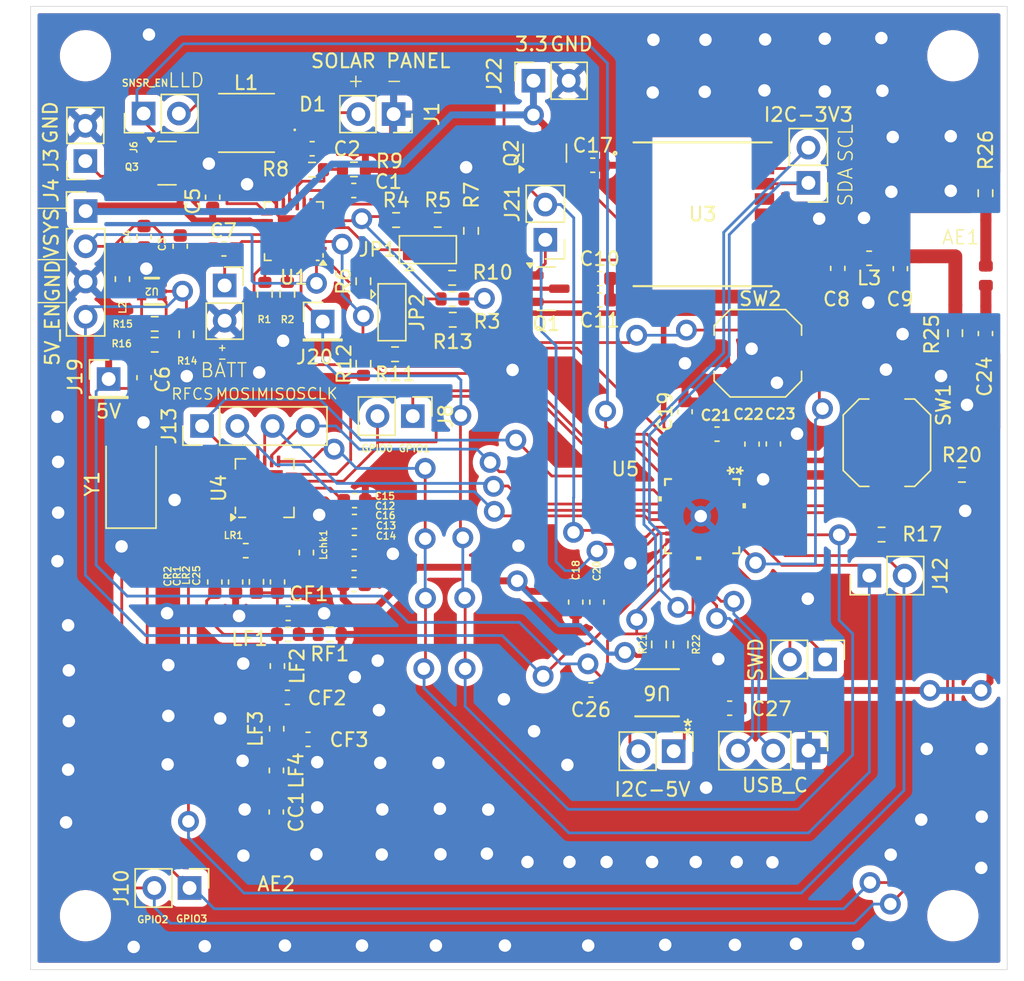
<source format=kicad_pcb>
(kicad_pcb (version 20241229) (generator "pcbnew") (generator_version "9.0")
  (layers (0 "F.Cu" signal) (2 "B.Cu" signal) (13 "F.Paste" user) (15 "B.Paste" user) (5 "F.SilkS" user "F.Silkscreen") (7 "B.SilkS" user "B.Silkscreen") (1 "F.Mask" user) (3 "B.Mask" user) (25 "Edge.Cuts" user))
  (net 0 "")
  (net 1 "GND")
  (net 2 "+3.3V")
  (net 3 "Net-(AE1-A)")
  (net 4 "Net-(AE2-A)")
  (net 5 "Net-(U1-CBP)")
  (net 6 "Net-(D1-K)")
  (net 7 "VSYS")
  (net 8 "+5V")
  (net 9 "Net-(J2-Pin_1)")
  (net 10 "Net-(U3-RF_IN)")
  (net 11 "Net-(C9-Pad1)")
  (net 12 "Net-(C25-Pad2)")
  (net 13 "Net-(U4-TX)")
  (net 14 "Net-(CC1-Pad1)")
  (net 15 "Net-(CF1-Pad2)")
  (net 16 "Net-(CF2-Pad1)")
  (net 17 "Net-(CF3-Pad1)")
  (net 18 "Net-(U4-RXn)")
  (net 19 "Net-(U4-RXp)")
  (net 20 "Net-(J3-Pin_1)")
  (net 21 "GPIO1")
  (net 22 "GPIO0")
  (net 23 "GPIO3")
  (net 24 "GPIO2")
  (net 25 "~{RF_EN}")
  (net 26 "~{RF_IRQ}")
  (net 27 "SCLK")
  (net 28 "MOSI")
  (net 29 "MISO")
  (net 30 "~{RF_CS}")
  (net 31 "Net-(JP1-B)")
  (net 32 "Net-(JP1-A)")
  (net 33 "Net-(JP1-C)")
  (net 34 "Net-(JP2-B)")
  (net 35 "Net-(JP2-A)")
  (net 36 "Net-(JP2-C)")
  (net 37 "Net-(U1-SW)")
  (net 38 "Net-(U2-SW)")
  (net 39 "Net-(Q1-S)")
  (net 40 "~{GPS_PWR_EN}")
  (net 41 "~{GPS_RTC_PWR_EN}")
  (net 42 "Net-(Q2-S)")
  (net 43 "~{SNSR_EN}")
  (net 44 "Net-(U1-VID)")
  (net 45 "Net-(U1-MINOP)")
  (net 46 "Net-(U1-SETPG)")
  (net 47 "Net-(U1-SETHYST)")
  (net 48 "Net-(U1-MPPT)")
  (net 49 "/SETSD")
  (net 50 "5V_EN")
  (net 51 "Net-(U2-FB)")
  (net 52 "~{CHRGR_EN}")
  (net 54 "PGOOD")
  (net 55 "LLD")
  (net 57 "Net-(U4-XIN)")
  (net 58 "Net-(U4-XOUT)")
  (net 60 "/SDA_5V")
  (net 61 "/SCL_5V")
  (net 62 "GPS_SDA")
  (net 63 "GPS_SCL")
  (net 73 "/USB_D+")
  (net 74 "/SWDIO")
  (net 75 "/USB_D-")
  (net 77 "/SWCLK")
  (net 78 "Net-(U5-PF2-NRST)")
  (net 79 "Net-(U5-PF3-BOOT0)")
  (footprint "Capacitor_SMD:C_0603_1608Metric" (layer "F.Cu") (at 131.87 100.09)
    (property "Reference" "C16")
    (property "Value" "100p")
  )
  (footprint "Connector_PinHeader_2.54mm:PinHeader_1x02_P2.54mm_Vertical" (layer "F.Cu") (at 145.635 78.27 180)
    (property "Reference" "J21")
    (property "Value" "GPIO")
  )
  (footprint "Resistor_SMD:R_0603_1608Metric" (layer "F.Cu") (at 153.825 107.44 90)
    (property "Reference" "R21")
    (property "Value" "10k")
  )
  (footprint "Resistor_SMD:R_0603_1608Metric" (layer "F.Cu") (at 132.525 81.255 90)
    (property "Reference" "R6")
    (property "Value" "7.5M")
  )
  (footprint "Resistor_SMD:R_0603_1608Metric" (layer "F.Cu") (at 128.825 73.215)
    (property "Reference" "R8")
    (property "Value" "5.1M")
  )
  (footprint "Resistor_SMD:R_0603_1608Metric" (layer "F.Cu") (at 138.965 84.035)
    (property "Reference" "R13")
    (property "Value" "10M")
  )
  (footprint "Resistor_SMD:R_0603_1608Metric" (layer "F.Cu") (at 138.925 81.015)
    (property "Reference" "R10")
    (property "Value" "5.1M")
  )
  (footprint "Connector_PinHeader_2.54mm:PinHeader_1x03_P2.54mm_Vertical" (layer "F.Cu") (at 164.6 115.1 -90)
    (property "Reference" "J16")
    (property "Value" "USB_C")
  )
  (footprint "Resistor_SMD:R_0603_1608Metric" (layer "F.Cu") (at 134.885 76.845)
    (property "Reference" "R4")
    (property "Value" "115k")
  )
  (footprint "Resistor_SMD:R_0603_1608Metric" (layer "F.Cu") (at 175.17 85 -90)
    (property "Reference" "R25")
    (property "Value" "0")
  )
  (footprint "Resistor_SMD:R_0603_1608Metric" (layer "F.Cu") (at 127.045 82.165 90)
    (property "Reference" "R2")
    (property "Value" "150k")
  )
  (footprint "Capacitor_SMD:C_0603_1608Metric" (layer "F.Cu") (at 149.055 72.895)
    (property "Reference" "C17")
    (property "Value" "100n")
  )
  (footprint "Resistor_SMD:R_0603_1608Metric" (layer "F.Cu") (at 175.655 95.215)
    (property "Reference" "R20")
    (property "Value" "100k")
  )
  (footprint "Resistor_SMD:R_0603_1608Metric" (layer "F.Cu") (at 130.1 106.7175)
    (property "Reference" "RF1")
    (property "Value" "50")
  )
  (footprint "Button_Switch_SMD:SW_Push_1TS009xxxx-xxxx-xxxx_6x6x5mm" (layer "F.Cu") (at 170.25 92.9 90)
    (property "Reference" "SW1")
    (property "Value" "BOOT_DFU")
  )
  (footprint "Diode_SMD:D_0402_1005Metric_Pad0.77x0.64mm_HandSolder" (layer "F.Cu") (at 128.845 70.345)
    (property "Reference" "D1")
    (property "Value" "3.3V")
  )
  (footprint "Connector_PinHeader_2.54mm:PinHeader_1x02_P2.54mm_Vertical" (layer "F.Cu") (at 168.985 102.48 90)
    (property "Reference" "J12")
    (property "Value" "GPIO")
  )
  (footprint "Capacitor_SMD:C_0603_1608Metric" (layer "F.Cu") (at 116.72 88.21 90)
    (property "Reference" "C6")
    (property "Value" "10u")
  )
  (footprint "Capacitor_SMD:C_0603_1608Metric" (layer "F.Cu") (at 160.53 93 90)
    (property "Reference" "C22")
    (property "Value" "100n")
  )
  (footprint "Capacitor_SMD:C_0603_1608Metric" (layer "F.Cu") (at 131.835 74.715)
    (property "Reference" "C1")
    (property "Value" "10n")
  )
  (footprint "Inductor_SMD:L_0603_1608Metric" (layer "F.Cu") (at 126.28 113.52 -90)
    (property "Reference" "LF3")
    (property "Value" "68n")
  )
  (footprint "Connector_PinHeader_2.54mm:PinHeader_1x01_P2.54mm_Vertical" (layer "F.Cu") (at 129.595 84.165)
    (property "Reference" "J20")
    (property "Value" "Conn_01x01_Pin")
  )
  (footprint "Jumper:SolderJumper-3_P1.3mm_Bridged12_Pad1.0x1.5mm" (layer "F.Cu") (at 137.175 78.985)
    (property "Reference" "JP1")
    (property "Value" "Power Type Select")
  )
  (footprint "Package_TO_SOT_SMD:SOT-23" (layer "F.Cu") (at 145.7075 81.795)
    (property "Reference" "Q1")
    (property "Value" "BSS84")
  )
  (footprint "Crystal:Crystal_SMD_Abracon_ABM3-2Pin_5.0x3.2mm" (layer "F.Cu") (at 115.785 95.86 90)
    (property "Reference" "Y1")
    (property "Value" "30MHz")
  )
  (footprint "Connector_PinHeader_2.54mm:PinHeader_1x02_P2.54mm_Vertical" (layer "F.Cu") (at 154.885 115.14 -90)
    (property "Reference" "J14")
    (property "Value" "I2C-5V")
  )
  (footprint "Capacitor_SMD:C_0603_1608Metric" (layer "F.Cu") (at 123.32 102.94 -90)
    (property "Reference" "CR1")
    (property "Value" "13p")
  )
  (footprint "Resistor_SMD:R_0603_1608Metric" (layer "F.Cu") (at 137.885 76.835)
    (property "Reference" "R5")
    (property "Value" "3.3M")
  )
  (footprint "Capacitor_SMD:C_0603_1608Metric" (layer "F.Cu") (at 149.352 104.394 -90)
    (property "Reference" "C20")
    (property "Value" "100n")
  )
  (footprint "Capacitor_SMD:C_0603_1608Metric" (layer "F.Cu") (at 147.828 104.39 -90)
    (property "Reference" "C18")
    (property "Value" "100n")
  )
  (footprint "MountingHole:MountingHole_3.2mm_M3_ISO14580" (layer "F.Cu") (at 175 65)
    (property "Reference" "H1" (hide yes))
    (property "Value" "MountingHole")
  )
  (footprint "Capacitor_SMD:C_0603_1608Metric" (layer "F.Cu") (at 119.325 78.735 -90)
    (property "Reference" "C3")
    (property "Value" "0.1u")
  )
  (footprint "Inductor_SMD:L_0603_1608Metric" (layer "F.Cu") (at 115.165 81.105 -90)
    (property "Reference" "L2")
    (property "Value" "1u")
  )
  (footprint "Resistor_SMD:R_0603_1608Metric" (layer "F.Cu") (at 132.53 87.215 -90)
    (property "Reference" "R12")
    (property "Value" "4.7M")
  )
  (footprint "Capacitor_SMD:C_0603_1608Metric" (layer "F.Cu") (at 128.54 114.2875)
    (property "Reference" "CF3")
    (property "Value" "20p")
  )
  (footprint "Connector_PinHeader_2.54mm:PinHeader_1x04_P2.54mm_Vertical" (layer "F.Cu") (at 120.904 91.694 90)
    (property "Reference" "J13")
    (property "Value" "SPI")
  )
  (footprint "Connector_PinHeader_2.54mm:PinHeader_1x02_P2.54mm_Vertical" (layer "F.Cu") (at 120 125 -90)
    (property "Reference" "J10")
    (property "Value" "GPIO")
  )
  (footprint "Connector_PinSocket_2.54mm:PinSocket_1x02_P2.54mm_Vertical" (layer "F.Cu") (at 144.78 66.802 90)
    (property "Reference" "J22")
    (property "Value" "3V3")
  )
  (footprint "Inductor_SMD:L_0603_1608Metric" (layer "F.Cu") (at 124.05 100.68)
    (property "Reference" "LR1")
    (property "Value" "300n")
  )
  (footprint "Capacitor_SMD:C_0603_1608Metric" (layer "F.Cu") (at 158.01 92.28)
    (property "Reference" "C21")
    (property "Value" "100n")
  )
  (footprint "Resistor_SMD:R_0603_1608Metric" (layer "F.Cu") (at 177.35 74.91 -90)
    (property "Reference" "R26")
    (property "Value" "0")
  )
  (footprint "TXS0102V:SSOP8_DCT_TEX" (layer "F.Cu") (at 153.69 110.925 180)
    (property "Reference" "U6")
    (property "Value" "TXS0102VDCTR")
  )
  (footprint "Capacitor_SMD:C_0603_1608Metric" (layer "F.Cu") (at 131.89 97.07)
    (property "Reference" "C15")
    (property "Value" "470p")
  )
  (footprint "Capacitor_SMD:C_0603_1608Metric" (layer "F.Cu") (at 126.34 102.94 -90)
    (property "Reference" "C25")
    (property "Value" "470p")
  )
  (footprint "Connector_PinSocket_2.54mm:PinSocket_1x02_P2.54mm_Vertical" (layer "F.Cu") (at 134.705 69.21 -90)
    (property "Reference" "J1")
    (property "Value" "Solar Panel")
  )
  (footprint "Inductor_SMD:L_0603_1608Metric" (layer "F.Cu") (at 127.095 106.7175 180)
    (property "Reference" "LF1")
    (property "Value" "39n")
  )
  (footprint "Resistor_SMD:R_0603_1608Metric" (layer "F.Cu") (at 140.285 77.625 90)
    (property "Reference" "R7")
    (property "Value" "7.5M")
  )
  (footprint "Resistor_SMD:R_0603_1608Metric" (layer "F.Cu") (at 119.775 85.085 -90)
    (property "Reference" "R14")
    (property "Value" "10M")
  )
  (footprint "Capacitor_SMD:C_0603_1608Metric" (layer "F.Cu") (at 127.05 111.2575)
    (property "Reference" "CF2")
    (property "Value" "20p")
  )
  (footprint "Capacitor_SMD:C_0603_1608Metric" (layer "F.Cu") (at 171.22 80.35 -90)
    (property "Reference" "C9")
    (property "Value" "DNP")
  )
  (footprint "Capacitor_SMD:C_0603_1608Metric" (layer "F.Cu") (at 131.86 101.6)
    (property "Reference" "C13")
    (property "Value" "100n")
  )
  (footprint "Resistor_SMD:R_0603_1608Metric" (layer "F.Cu") (at 169.865 99.52 180)
    (property "Reference" "R17")
    (property "Value" "1M")
  )
  (footprint "Capacitor_SMD:C_0603_1608Metric" (layer "F.Cu") (at 122.475 78.925 180)
    (property "Reference" "C7")
    (property "Value" "10u")
  )
  (footprint "Capacitor_SMD:C_0603_1608Metric" (layer "F.Cu") (at 128.835 71.705)
    (property "Reference" "C2")
    (property "Value" "10u")
  )
  (footprint "Footprintsv2:MOD18_MAX-M10M_UBL" (layer "F.Cu") (at 156.97 76.43)
    (property "Reference" "U3")
    (property "Value" "MAX-M10M-00B")
  )
  (footprint "Resistor_SMD:R_0603_1608Metric" (layer "F.Cu") (at 131.845 73.195 180)
    (property "Reference" "R9")
    (property "Value" "20M")
  )
  (footprint "Capacitor_SMD:C_0603_1608Metric" (layer "F.Cu") (at 149.555 82.605)
    (property "Reference" "C11")
    (property "Value" "10n")
  )
  (footprint "Connector_PinHeader_2.54mm:PinHeader_1x02_P2.54mm_Vertical" (layer "F.Cu") (at 165.8 108.525 -90)
    (property "Reference" "J15")
    (property "Value" "SWD")
  )
  (footprint "Package_CSP:LFCSP-24-1EP_4x4mm_P0.5mm_EP2.3x2.3mm" (layer "F.Cu") (at 127.51 77.645 180)
    (property "Reference" "U1")
    (property "Value" "ADP5091")
  )
  (footprint "Inductor_SMD:L_0603_1608Metric" (layer "F.Cu") (at 128.42 100.82 90)
    (property "Reference" "Lchk1")
    (property "Value" "390n")
  )
  (footprint "Resistor_SMD:R_0603_1608Metric" (layer "F.Cu") (at 117.49 85.835 180)
    (property "Reference" "R16")
    (property "Value" "200k")
  )
  (footprint "TPS:DRL0006A" (layer "F.Cu") (at 117.285 81.985 180)
    (property "Reference" "U2")
    (property "Value" "TPS61023DRLR")
  )
  (footprint "Capacitor_SMD:C_0603_1608Metric" (layer "F.Cu") (at 131.85 103.12)
    (property "Reference" "C14")
    (property "Value" "100n")
  )
  (footprint "Inductor_SMD:L_0603_1608Metric" (layer "F.Cu") (at 124.82 102.93 -90)
    (property "Reference" "LR2")
    (property "Value" "150n")
  )
  (footprint "Resistor_SMD:R_0603_1608Metric" (layer "F.Cu") (at 138.945 82.535)
    (property "Reference" "R3")
    (property "Value" "7.5M")
  )
  (footprint "Capacitor_SMD:C_0603_1608Metric" (layer "F.Cu") (at 155.702 90.665 90)
    (property "Reference" "C19")
    (property "Value" "100n")
  )
  (footprint "MountingHole:MountingHole_3.2mm_M3_ISO14580" (layer "F.Cu") (at 112.5 127)
    (property "Reference" "H4" (hide yes))
    (property "Value" "MountingHole")
  )
  (footprint "Capacitor_SMD:C_0603_1608Metric" (layer "F.Cu") (at 121.666 75.197 90)
    (property "Reference" "C5")
    (property "Value" "10u")
  )
  (footprint "STM32073:UFQFPN-32_STM" (layer "F.Cu") (at 156.935 98.195 -90)
    (property "Reference" "U5")
    (property "Value" "STM32U073KCU6")
  )
  (footprint "Capacitor_SMD:C_0603_1608Metric" (layer "F.Cu") (at 177.35 85.03 -90)
    (property "Reference" "C24")
    (property "Value" "10p")
  )
  (footprint "Jumper:SolderJumper-3_P1.3mm_Bridged12_Pad1.0x1.5mm" (layer "F.Cu") (at 134.585 83.495 -90)
    (property "Reference" "JP2")
    (property "Value" "PTS")
  )
  (footprint "MountingHole:MountingHole_3.2mm_M3_ISO14580" (layer "F.Cu") (at 175 127)
    (property "Reference" "H3" (hide yes))
    (property "Value" "MountingHole")
  )
  (footprint "Capacitor_SMD:C_0603_1608Metric" (layer "F.Cu") (at 126.25 119.5225 -90)
    (property "Reference" "CC1")
    (property "Value" "10n")
  )
  (footprint "Package_TO_SOT_SMD:SOT-23" (layer "F.Cu") (at 118.3775 72.745)
    (property "Reference" "Q3")
    (property "Value" "BSS84")
  )
  (footprint "Resistor_SMD:R_0603_1608Metric" (layer "F.Cu") (at 117.49 84.335)
    (property "Reference" "R15")
    (property "Value" "1.47M")
  )
  (footprint "Capacitor_SMD:C_0603_1608Metric" (layer "F.Cu") (at 131.88 98.58)
    (property "Reference" "C12")
    (property "Value" "2.2u")
  )
  (footprint "Package_TO_SOT_SMD:SOT-23" (layer "F.Cu") (at 145.5975 72.025 90)
    (property "Reference" "Q2")
    (property "Value" "BSS84")
  )
  (footprint "Connector_PinHeader_2.54mm:PinHeader_1x02_P2.54mm_Vertical" (layer "F.Cu") (at 136.085 90.98 -90)
    (property "Reference" "J8")
    (property "Value" "GPIO")
  )
  (footprint "Connector_PinHeader_2.54mm:PinHeader_1x01_P2.54mm_Vertical" (layer "F.Cu") (at 114.17 88.31)
    (property "Reference" "J19")
    (property "Value" "Conn_01x01_Pin")
  )
  (footprint "Capacitor_SMD:C_0603_1608Metric" (layer "F.Cu") (at 166.71 80.33 -90)
    (property "Reference" "C8")
    (property "Value" "DNP")
  )
  (footprint "Capacitor_SMD:C_0603_1608Metric" (layer "F.Cu") (at 162.07 92.99 90)
    (property "Reference" "C23")
    (property "Value" "100n")
  )
  (footprint "Capacitor_SMD:C_0603_1608Metric" (layer "F.Cu") (at 148.92 110.725 180)
    (property "Reference" "C26")
    (property "Value" "0.1u")
  )
  (footprint "Package_DFN_QFN:QFN-20-1EP_4x4mm_P0.5mm_EP2.6x2.6mm" (layer "F.Cu") (at 125.415 96.175 90)
    (property "Reference" "U4")
    (property "Value" "Si4463")
  )
  (footprint "Connector_PinHeader_2.54mm:PinHeader_1x04_P2.54mm_Vertical" (layer "F.Cu") (at 112.51 76.2)
    (property "Reference" "J4")
    (property "Value" "Conn_01x04")
  )
  (footprint "Inductor_SMD:L_0603_1608Metric" (layer "F.Cu") (at 126.33 109 -90)
    (property "Reference" "LF2")
    (property "Value" "47n")
  )
  (footprint "Footprintsv2:AC30157-01 GNSS Ceramic Chip" (layer "F.Cu") (at 175.08 79.96 -90)
    (property "Reference" "AE1")
    (property "Value" "Antenna")
  )
  (footprint "Capacitor_SMD:C_0603_1608Metric" (layer "F.Cu") (at 158.92 112.04 180)
    (property "Reference" "C27")
    (property "Value" "0.1u")
  )
  (footprint "Capacitor_SMD:C_0603_1608Metric" (layer "F.Cu") (at 121.82 102.94 -90)
    (property "Reference" "CR2")
    (property "Value" "6.8p")
  )
  (footprint "Capacitor_SMD:C_0603_1608Metric" (layer "F.Cu") (at 127.105 105.2075)
    (property "Reference" "CF1")
    (property "Value" "30p")
  )
  (footprint "Resistor_SMD:R_0603_1608Metric" (layer "F.Cu") (at 155.39 107.45 90)
    (property "Reference" "R22")
    (property "Value" "10k")
  )
  (footprint "Button_Switch_SMD:SW_Push_1TS009xxxx-xxxx-xxxx_6x6x5mm" (layer "F.Cu") (at 160.95 86.45 180)
    (property "Reference" "SW2")
    (property "Value" "RST")
  )
  (footprint "Capacitor_SMD:C_0603_1608Metric" (layer "F.Cu") (at 149.555 81.065)
    (property "Reference" "C10")
    (property "Value" "1u")
  )
  (footprint "Resistor_SMD:R_0603_1608Metric" (layer "F.Cu") (at 134.81 86.52 180)
    (property "Reference" "R11")
    (property "Value" "10M")
  )
  (footprint "Connector_PinHeader_2.54mm:PinHeader_1x02_P2.54mm_Vertical" (layer "F.Cu") (at 116.69 69.17 90)
    (property "Reference" "J6")
    (property "Value" "Conn_01x02")
  )
  (footprint "Connector_PinSocket_2.54mm:PinSocket_1x02_P2.54mm_Vertical" (layer "F.Cu") (at 112.49 72.595 180)
    (property "Reference" "J3")
    (property "Value" "3V3 Sensor Bus")
  )
  (footprint "Connector_PinSocket_2.54mm:PinSocket_1x02_P2.54mm_Vertical" (layer "F.Cu") (at 122.53 81.565)
    (property "Reference" "J2" (hide yes))
    (property "Value" "BATT")
  )
  (footprint "Inductor_SMD:L_0603_1608Metric" (layer "F.Cu") (at 168.97 79.6 180)
    (property "Reference" "L3")
    (property "Value" "2.0n")
  )
  (footprint "Resistor_SMD:R_0603_1608Metric" (layer "F.Cu") (at 125.425 82.165 -90)
    (property "Reference" "R1")
    (property "Value" "55.6k")
  )
  (footprint "MountingHole:MountingHole_3.2mm_M3_ISO14580" (layer "F.Cu") (at 112.5 65)
    (property "Reference" "H2" (hide yes))
    (property "Value" "MountingHole")
  )
  (footprint "Connector_Wire:SolderWirePad_1x01_SMD_1x2mm" (layer "F.Cu") (at 126.25 122.2775)
    (property "Reference" "AE2")
    (property "Value" "Antenna")
  )
  (footprint "Capacitor_SMD:C_0603_1608Metric" (layer "F.Cu") (at 116.72 78.05 -90)
    (property "Reference" "C4")
    (property "Value" "4.7u")
  )
  (footprint "Inductor_SMD:L_Vishay_IFSC-1515AH_4x4x1.8mm" (layer "F.Cu") (at 124.105 69.845 180)
    (property "Reference" "L1")
    (property "Value" "22u")
  )
  (footprint "Inductor_SMD:L_0603_1608Metric" (layer "F.Cu") (at 126.26 116.5275 -90)
    (property "Reference" "LF4")
    (property "Value" "47n")
  )
  (footprint "Connector_PinHeader_2.54mm:PinHeader_1x02_P2.54mm_Vertical" (layer "F.Cu") (at 164.592 74.168 180)
    (property "Reference" "J11")
    (property "Value" "I2C-3V3")
  )
  (gr_line (start 175.18 82.96) (end 175.18 84.21) (stroke (width 1)) (layer "F.Cu") (net 11))
  (gr_line (start 172.58 79.46) (end 171.23 79.46) (stroke (width 1)) (layer "F.Cu") (net 11))
  (gr_line (start 177.38 76.86) (end 177.38 75.84) (stroke (width 0.8)) (layer "F.Cu") (net 3))
  (gr_line (start 177.38 83.06) (end 177.38 84.06) (stroke (width 0.8)) (layer "F.Cu") (net 3))
  (gr_line (start 111.1 79.7) (end 109.1 79.7) (stroke (width 0.1)) (layer "F.SilkS"))
  (gr_line (start 111.1 82.8) (end 109.1 82.8) (stroke (width 0.1)) (layer "F.SilkS"))
  (gr_line (start 109.1 76) (end 111.1 76) (stroke (width 0.1)) (layer "F.SilkS"))
  (gr_rect (start 108.549 61.44) (end 178.92 130.89) (stroke (width 0.05)) (fill no) (layer "Edge.Cuts"))
  (gr_text "SNSR_EN" (at 115.06 67.26 0) (layer "F.SilkS") (effects (font (size 0.5 0.5) (thickness 0.1)) (justify left bottom)))
  (gr_text "GND" (at 145.9 64.75 0) (layer "F.SilkS") (effects (font (size 1 1)) (justify left bottom)))
  (gr_text "SCLK" (at 127.6 89.83 0) (layer "F.SilkS") (effects (font (size 0.8 0.8) (thickness 0.1)) (justify left bottom)))
  (gr_text "SCL" (at 167.87 72.75 90) (layer "F.SilkS") (effects (font (size 1 1) (thickness 0.1)) (justify left bottom)))
  (gr_text "3.3" (at 144.65 64.16 0) (layer "F.SilkS") (effects (font (size 1 1))))
  (gr_text "5V" (at 113.16 91.22 0) (layer "F.SilkS") (effects (font (size 1 1)) (justify left bottom)))
  (gr_text "MOSI" (at 121.81 89.86 0) (layer "F.SilkS") (effects (font (size 0.8 0.8) (thickness 0.1)) (justify left bottom)))
  (gr_text "GND" (at 110.72 82.86 90) (layer "F.SilkS") (effects (font (size 1 1)) (justify left bottom)))
  (gr_text "BATT" (at 120.71 88.26 0) (layer "F.SilkS") (effects (font (size 1 1) (thickness 0.1)) (justify left bottom)))
  (gr_text "GPIO3" (at 118.97 127.52 0) (layer "F.SilkS") (effects (font (size 0.5 0.5) (thickness 0.1)) (justify left bottom)))
  (gr_text "GND" (at 110.56 71.44 90) (layer "F.SilkS") (effects (font (size 1 1)) (justify left bottom)))
  (gr_text "MISO" (at 124.75 89.87 0) (layer "F.SilkS") (effects (font (size 0.8 0.8) (thickness 0.1)) (justify left bottom)))
  (gr_text "5V_EN" (at 110.7 87.45 90) (layer "F.SilkS") (effects (font (size 1 1)) (justify left bottom)))
  (gr_text "VSYS" (at 110.63 79.7 90) (layer "F.SilkS") (effects (font (size 1 1)) (justify left bottom)))
  (gr_text "GPIO2" (at 116.17 127.57 0) (layer "F.SilkS") (effects (font (size 0.5 0.5) (thickness 0.1)) (justify left bottom)))
  (gr_text "+  -" (at 131.3 67.36 0) (layer "F.SilkS") (effects (font (size 1 1) (thickness 0.1)) (justify left bottom)))
  (gr_text "GPIO0" (at 132.34 93.6 0) (layer "F.SilkS") (effects (font (size 0.5 0.5) (thickness 0.1)) (justify left bottom)))
  (gr_text "SOLAR PANEL" (at 128.65 65.96 0) (layer "F.SilkS") (effects (font (size 1 1)) (justify left bottom)))
  (gr_text "GPIO1" (at 135.01 93.61 0) (layer "F.SilkS") (effects (font (size 0.5 0.5) (thickness 0.1)) (justify left bottom)))
  (gr_text "RFCS" (at 118.62 89.86 0) (layer "F.SilkS") (effects (font (size 0.8 0.8) (thickness 0.1)) (justify left bottom)))
  (gr_text "LLD" (at 118.38 67.36 0) (layer "F.SilkS") (effects (font (size 1 1) (thickness 0.1)) (justify left bottom)))
  (gr_text "+\n-" (at 121.98 87.13 0) (layer "F.SilkS") (effects (font (size 0.5 0.5) (thickness 0.1)) (justify left bottom)))
  (gr_text "SDA" (at 167.85 75.93 90) (layer "F.SilkS") (effects (font (size 1 1) (thickness 0.1)) (justify left bottom)))
  (segment (start 157.995 112.19) (end 158.145 112.04) (width 0.2) (layer "F.Cu") (net 1))
  (segment (start 147.832 105.169) (end 147.828 105.165) (width 0.2) (layer "F.Cu") (net 1))
  (segment (start 161.742701 81.145) (end 161.4277 80.829999) (width 0.2) (layer "F.Cu") (net 1))
  (segment (start 128.76 75.7075) (end 128.76 76.07) (width 0.2) (layer "F.Cu") (net 1))
  (segment (start 161.33 95.98) (end 160.864999 96.445001) (width 0.2) (layer "F.Cu") (net 1))
  (segment (start 126.345 76.205) (end 126.345 76.48) (width 0.2) (layer "F.Cu") (net 1))
  (segment (start 126.415 97.175) (end 125.415 96.175) (width 0.2) (layer "F.Cu") (net 1))
  (segment (start 126.26 75.7075) (end 126.26 76.12) (width 0.2) (layer "F.Cu") (net 1))
  (segment (start 134.485 71.615) (end 134.485 69.43) (width 0.2) (layer "F.Cu") (net 1))
  (segment (start 151.76 101.59) (end 152.939999 101.59) (width 0.2) (layer "F.Cu") (net 1))
  (segment (start 132.385 71.745) (end 134.355 71.745) (width 0.2) (layer "F.Cu") (net 1))
  (segment (start 116.72 87.435) (end 116.72 85.89) (width 0.5) (layer "F.Cu") (net 1))
  (segment (start 126.74 85.55) (end 126.74 84.88) (width 0.2) (layer "F.Cu") (net 1))
  (segment (start 132.67 72.03) (end 132.385 71.745) (width 0.2) (layer "F.Cu") (net 1))
  (segment (start 160.864999 96.445001) (end 159.285 96.445001) (width 0.2) (layer "F.Cu") (net 1))
  (segment (start 152.939999 101.59) (end 154.585 99.944999) (width 0.2) (layer "F.Cu") (net 1))
  (segment (start 127.76 77.895) (end 127.51 77.645) (width 0.2) (layer "F.Cu") (net 1))
  (segment (start 116.544999 81.485001) (end 116.544999 80.685001) (width 0.2) (layer "F.Cu") (net 1))
  (segment (start 125.425 82.99) (end 127.045 82.99) (width 0.2) (layer "F.Cu") (net 1))
  (segment (start 129.4175 70.345) (end 129.4175 71.5125) (width 0.2) (layer "F.Cu") (net 1))
  (segment (start 126.74 84.88) (end 127.045 84.575) (width 0.2) (layer "F.Cu") (net 1))
  (segment (start 129.4475 77.895) (end 127.76 77.895) (width 0.2) (layer "F.Cu") (net 1))
  (segment (start 116.705 87.45) (end 116.72 87.435) (width 0.5) (layer "F.Cu") (net 1))
  (segment (start 129.34 98.1) (end 126.415 98.1) (width 0.2) (layer "F.Cu") (net 1))
  (segment (start 124.525 74.265) (end 125.6325 75.3725) (width 0.2) (layer "F.Cu") (net 1))
  (segment (start 132.61 73.255) (end 132.67 73.195) (width 0.2) (layer "F.Cu") (net 1))
  (segment (start 150.33 81.065) (end 150.33 82.605) (width 0.2) (layer "F.Cu") (net 1))
  (segment (start 128.695 76.46) (end 127.51 77.645) (width 0.2) (layer "F.Cu") (net 1))
  (segment (start 166.71 81.105) (end 161.702701 81.105) (width 0.2) (layer "F.Cu") (net 1))
  (segment (start 157.22 111.48) (end 156.990001 111.250001) (width 0.2) (layer "F.Cu") (net 1))
  (segment (start 116.72 85.89) (end 116.665 85.835) (width 0.5) (layer "F.Cu") (net 1))
  (segment (start 126.37 88.04) (end 126.39 88.06) (width 0.2) (layer "F.Cu") (net 1))
  (segment (start 126.74 85.55) (end 126.74 85.06) (width 0.2) (layer "F.Cu") (net 1))
  (segment (start 132.67 73.195) (end 132.67 72.03) (width 0.2) (layer "F.Cu") (net 1))
  (segment (start 163.489999 78.630001) (end 165.37 76.75) (width 0.2) (layer "F.Cu") (net 1))
  (segment (start 156.44 87.1) (end 157.818 87.1) (width 0.2) (layer "F.Cu") (net 1))
  (segment (start 134.485 69.43) (end 134.705 69.21) (width 0.2) (layer "F.Cu") (net 1))
  (segment (start 149.352 105.169) (end 147.832 105.169) (width 0.2) (layer "F.Cu") (net 1))
  (segment (start 126.415 98.1) (end 126.415 97.175) (width 0.2) (layer "F.Cu") (net 1))
  (segment (start 156.990001 111.250001) (end 155.649348 111.250001) (width 0.2) (layer "F.Cu") (net 1))
  (segment (start 127.045 84.575) (end 127.045 82.99) (width 0.2) (layer "F.Cu") (net 1))
  (segment (start 161.4277 78.630001) (end 163.489999 78.630001) (width 0.2) (layer "F.Cu") (net 1))
  (segment (start 157.886 97.292) (end 157.886 98.195) (width 0.2) (layer "F.Cu") (net 1))
  (segment (start 161.702701 81.105) (end 161.4277 80.829999) (width 0.2) (layer "F.Cu") (net 1))
  (segment (start 116.544999 80.685001) (end 116.88 80.35) (width 0.2) (layer "F.Cu") (net 1))
  (segment (start 147.94 110.93) (end 148.145 110.725) (width 0.2) (layer "F.Cu") (net 1))
  (segment (start 157.22 117.77) (end 157.22 112.19) (width 0.2) (layer "F.Cu") (net 1))
  (segment (start 116.88 80.35) (end 116.88 78.985) (width 0.2) (layer "F.Cu") (net 1))
  (segment (start 155.137001 99.944999) (end 155.259 99.823) (width 0.2) (layer "F.Cu") (net 1))
  (segment (start 157.22 112.19) (end 157.22 111.48) (width 0.2) (layer "F.Cu") (net 1))
  (segment (start 126.74 85.06) (end 125.425 83.745) (width 0.2) (layer "F.Cu") (net 1))
  (segment (start 129.65 71.745) (end 129.61 71.705) (width 0.2) (layer "F.Cu") (net 1))
  (segment (start 125.6325 75.3725) (end 125.925 75.3725) (width 0.2) (layer "F.Cu") (net 1))
  (segment (start 155.702 89.89) (end 155.702 87.838) (width 0.2) (layer "F.Cu") (net 1))
  (segment (start 157.22 112.19) (end 157.995 112.19) (width 0.2) (layer "F.Cu") (net 1))
  (segment (start 125.925 75.3725) (end 126.26 75.7075) (width 0.2) (layer "F.Cu") (net 1))
  (segment (start 161.33 95.54) (end 161.33 95.98) (width 0.2) (layer "F.Cu") (net 1))
  (segment (start 132.61 74.715) (end 132.61 73.255) (width 0.2) (layer "F.Cu") (net 1))
  (segment (start 123.32 105.14) (end 123.57 105.39) (width 0.2) (layer "F.Cu") (net 1))
  (segment (start 124.145 74.265) (end 124.525 74.265) (width 0.2) (layer "F.Cu") (net 1))
  (segment (start 125.425 83.745) (end 125.425 82.99) (width 0.2) (layer "F.Cu") (net 1))
  (segment (start 126.26 76.12) (end 126.345 76.205) (width 0.2) (layer "F.Cu") (net 1))
  (segment (start 126.41 88.04) (end 132.53 88.04) (width 0.2) (layer "F.Cu") (net 1))
  (segment (start 159.285 96.445001) (end 158.732999 96.445001) (width 0.2) (layer "F.Cu") (net 1))
  (segment (start 126.345 76.48) (end 127.51 77.645) (width 0.2) (layer "F.Cu") (net 1))
  (segment (start 158.732999 96.445001) (end 157.886 97.292) (width 0.2) (layer "F.Cu") (net 1))
  (segment (start 116.88 78.985) (end 116.72 78.825) (width 0.2) (layer "F.Cu") (net 1))
  (segment (start 128.695 76.135) (end 128.695 76.46) (width 0.2) (layer "F.Cu") (net 1))
  (segment (start 134.355 71.745) (end 134.485 71.615) (width 0.2) (layer "F.Cu") (net 1))
  (segment (start 128.76 76.07) (end 128.695 76.135) (width 0.2) (layer "F.Cu") (net 1))
  (segment (start 129.4175 71.5125) (end 129.61 71.705) (width 0.2) (layer "F.Cu") (net 1))
  (segment (start 125.23 88.04) (end 126.37 88.04) (width 0.2) (layer "F.Cu") (net 1))
  (segment (start 154.585 99.944999) (end 155.137001 99.944999) (width 0.2) (layer "F.Cu") (net 1))
  (segment (start 132.385 71.745) (end 129.65 71.745) (width 0.2) (layer "F.Cu") (net 1))
  (segment (start 125.02 87.83) (end 125.23 88.04) (width 0.2) (layer "F.Cu") (net 1))
  (segment (start 123.32 103.715) (end 123.32 105.14) (width 0.2) (layer "F.Cu") (net 1))
  (segment (start 126.39 88.06) (end 126.41 88.04) (width 0.2) (layer "F.Cu") (net 1))
  (via (at 137.94 115.98) (size 1.5) (drill 0.9) (layers "F.Cu" "B.Cu") (net 1))
  (via (at 170.67 70.86) (size 1.5) (drill 0.9) (layers "F.Cu" "B.Cu") (net 1))
  (via (at 169.925 67.525) (size 1.5) (drill 0.9) (layers "F.Cu" "B.Cu") (net 1))
  (via (at 158.1 108.5) (size 1.5) (drill 0.9) (layers "F.Cu" "B.Cu") (net 1))
  (via (at 134.65 100.91) (size 1.5) (drill 0.9) (layers "F.Cu" "B.Cu") (net 1))
  (via (at 133.56 108.61) (size 1.5) (drill 0.9) (layers "F.Cu" "B.Cu") (net 1))
  (via (at 161.475 63.825) (size 1.5) (drill 0.9) (layers "F.Cu" "B.Cu") (net 1))
  (via (at 162.325 88.575) (size 1.5) (drill 0.9) (layers "F.Cu" "B.Cu") (net 1))
  (via (at 164.55 104.15) (size 1.5) (drill 0.9) (layers "F.Cu" "B.Cu") (net 1))
  (via (at 159.425 123.125) (size 1.5) (drill 0.9) (layers "F.Cu" "B.Cu") (net 1))
  (via (at 143.7 100.325) (size 1.5) (drill 0.9) (layers "F.Cu" "B.Cu") (net 1))
  (via (at 157.22 117.77) (size 1.5) (drill 0.9) (layers "F.Cu" "B.Cu") (net 1))
  (via (at 148.725 129.15) (size 1.5) (drill 0.9) (layers "F.Cu" "B.Cu") (net 1))
  (via (at 161.425 67.5) (size 1.5) (drill 0.9) (layers "F.Cu" "B.Cu") (net 1))
  (via (at 153.375 67.65) (size 1.5) (drill 0.9) (layers "F.Cu" "B.Cu") (net 1))
  (via (at 157.125 67.6) (size 1.5) (drill 0.9) (layers "F.Cu" "B.Cu") (net 1))
  (via (at 122.21 112.78) (size 1.5) (drill 0.9) (layers "F.Cu" "B.Cu") (net 1))
  (via (at 129.2 119.19) (size 1.5) (drill 0.9) (layers "F.Cu" "B.Cu") (net 1))
  (via (at 147.225 116.125) (size 1.5) (drill 0.9) (layers "F.Cu" "B.Cu") (net 1))
  (via (at 126.875 129.15) (size 1.5) (drill 0.9) (layers "F.Cu" "B.Cu") (net 1))
  (via (at 142.725 129.15) (size 1.5) (drill 0.9) (layers "F.Cu" "B.Cu") (net 1))
  (via (at 118.925 97.025) (size 1.5) (drill 0.9) (layers "F.Cu" "B.Cu") (net 1))
  (via (at 176.022 90.17) (size 1.5) (drill 0.9) (layers "F.Cu" "B.Cu") (net 1))
  (via (at 153.325 123.125) (size 1.5) (drill 0.9) (layers "F.Cu" "B.Cu") (net 1))
  (via (at 133.74 115.98) (size 1.5) (drill 0.9) (layers "F.Cu" "B.Cu") (net 1))
  (via (at 147.375 123.125) (size 1.5) (drill 0.9) (layers "F.Cu" "B.Cu") (net 1))
  (via (at 118.38 105.19) (size 1.5) (drill 0.9) (layers "F.Cu" "B.Cu") (net 1))
  (via (at 177.05 123.55) (size 1.5) (drill 0.9) (layers "F.Cu" "B.Cu") (net 1))
  (via (at 110.48 91.03) (size 1.5) (drill 0.9) (layers "F.Cu" "B.Cu") (net 1))
  (via (at 165.37 76.75) (size 1.5) (drill 0.9) (layers "F.Cu" "B.Cu") (net 1))
  (via (at 126.74 85.55) (size 1.5) (drill 0.9) (layers "F.Cu" "B.Cu") (net 1))
  (via (at 157.175 63.85) (size 1.5) (drill 0.9) (layers "F.Cu" "B.Cu") (net 1))
  (via (at 151.76 101.59) (size 1.5) (drill 0.9) (layers "F.Cu" "B.Cu") (net 1))
  (via (at 141.425 122.525) (size 1.5) (drill 0.9) (layers "F.Cu" "B.Cu") (net 1))
  (via (at 111.3 112.97) (size 1.5) (drill 0.9) (layers "F.Cu" "B.Cu") (net 1))
  (via (at 141.525 119.35) (size 1.5) (drill 0.9) (layers "F.Cu" "B.Cu") (net 1))
  (via (at 170.525 122.6) (size 1.5) (drill 0.9) (layers "F.Cu" "B.Cu") (net 1))
  (via (at 129.2 115.93) (size 1.5) (drill 0.9) (layers "F.Cu" "B.Cu") (net 1))
  (via (at 121.1 129.2) (size 1.5) (drill 0.9) (layers "F.Cu" "B.Cu") (net 1))
  (via (at 168.91 82.804) (size 1.5) (drill 0.9) (layers "F.Cu" "B.Cu") (net 1))
  (via (at 115.975 129.25) (size 1.5) (drill 0.9) (layers "F.Cu" "B.Cu") (net 1))
  (via (at 161.33 95.54) (size 1.5) (drill 0.9) (layers "F.Cu" "B.Cu") (net 1))
  (via (at 165.775 63.775) (size 1.5) (drill 0.9) (layers "F.Cu" "B.Cu") (net 1))
  (via (at 121.39 72.78) (size 1.5) (drill 0.9) (layers "F.Cu" "B.Cu") (net 1))
  (via (at 144.825 113.7) (size 1.5) (drill 0.9) (layers "F.Cu" "B.Cu") (net 1))
  (via (at 144.35 123.125) (size 1.5) (drill 0.9) (layers "F.Cu" "B.Cu") (net 1))
  (via (at 129.14 122.57) (size 1.5) (drill 0.9) (layers "F.Cu" "B.Cu") (net 1))
  (via (at 123.82 115.83) (size 1.5) (drill 0.9) (layers "F.Cu" "B.Cu") (net 1))
  (via (at 168.175 129.025) (size 1.5) (drill 0.9) (layers "F.Cu" "B.Cu") (net 1))
  (via (at 125.02 87.83) (size 1.5) (drill 0.9) (layers "F.Cu" "B.Cu") (net 1))
  (via (at 177.08 119.86) (size 1.5) (drill 0.9) (layers "F.Cu" "B.Cu") (net 1))
  (via (at 131.91 109.79) (size 1.5) (drill 0.9) (layers "F.Cu" "B.Cu") (net 1))
  (via (at 160.5 86.125) (size 1.5) (drill 0.9) (layers "F.Cu" "B.Cu") (net 1))
  (via (at 174.85 74.74) (size 1.5) (drill 0.9) (layers "F.Cu" "B.Cu") (net 1))
  (via (at 153.425 63.85) (size 1.5) (drill 0.9) (layers "F.Cu" "B.Cu") (net 1))
  (via (at 110.48 101.44) (size 1.5) (drill 0.9) (layers "F.Cu" "B.Cu") (net 1))
  (via (at 150.05 123.125) (size 1.5) (drill 0.9) (layers "F.Cu" "B.Cu") (net 1))
  (via (at 119.8 88.1) (size 1.5) (drill 0.9) (layers "F.Cu" "B.Cu") (net 1))
  (via (at 116.68 91.44) (size 1.5) (drill 0.9) (layers "F.Cu" "B.Cu") (net 1))
  (via (at 137.75 129.15) (size 1.5) (drill 0.9) (layers "F.Cu" "B.Cu") (net 1))
  (via (at 170.57 74.81) (size 1.5) (drill 0.9) (layers "F.Cu" "B.Cu") (net 1))
  (via (at 139.93 73.04) (size 1.5) (drill 0.9) (layers "F.Cu" "B.Cu") (net 1))
  (via (at 138.08 122.57) (size 1.5) (drill 0.9) (layers "F.Cu" "B.Cu") (net 1))
  (via (at 111.25 116.47) (size 1.5) (drill 0.9) (layers "F.Cu" "B.Cu") (net 1))
  (via (at 156.475 123.125) (size 1.5) (drill 0.9) (layers "F.Cu" "B.Cu") (net 1))
  (via (at 129.7 105.2) (size 1.5) (drill 0.9) (layers "F.Cu" "B.Cu") (net 1))
  (via (at 133.65 112.18) (size 1.5) (drill 0.9) (layers "F.Cu" "B.Cu") (net 1))
  (via (at 169.85 63.725) (size 1.5) (drill 0.9) (layers "F.Cu" "B.Cu") (net 1))
  (via (at 159.3 129.1) (size 1.5) (drill 0.9) (layers "F.Cu" "B.Cu") (net 1))
  (via (at 162 123.15) (size 1.5) (drill 0.9) (layers "F.Cu" "B.Cu") (net 1))
  (via (at 123.57 105.39) (size 1.5) (drill 0.9) (layers "F.Cu" "B.Cu") (net 1))
  (via (at 111.3 109.31) (size 1.5) (drill 0.9) (layers "F.Cu" "B.Cu") (net 1))
  (via (at 138.04 119.29) (size 1.5) (drill 0.9) (layers "F.Cu" "B.Cu") (net 1))
  (via (at 115.1 100.375) (size 1.5) (drill 0.9) (layers "F.Cu" "B.Cu") (net 1))
  (via (at 124.145 74.265) (size 1.5) (drill 0.9) (layers "F.Cu" "B.Cu") (net 1))
  (via (at 111.25 106.06) (size 1.5) (drill 0.9) (layers "F.Cu" "B.Cu") (net 1))
  (via (at 111.1 120.27) (size 1.5) (drill 0.9) (layers "F.Cu" "B.Cu") (net 1))
  (via (at 143.275 87.65) (size 1.5) (drill 0.9) (layers "F.Cu" "B.Cu") (net 1))
  (via (at 129.34 98.1) (size 1.5) (drill 0.9) (layers "F.Cu" "B.Cu") (net 1))
  (via (at 110.53 94.28) (size 1.5) (drill 0.9) (layers "F.Cu" "B.Cu") (net 1))
  (via (at 117.075 63.475) (size 1.5) (drill 0.9) (layers "F.Cu" "B.Cu") (net 1))
  (via (at 174.85 70.8) (size 1.5) (drill 0.9) (layers "F.Cu" "B.Cu") (net 1))
  (via (at 172.725 120.075) (size 1.5) (drill 0.9) (layers "F.Cu" "B.Cu") (net 1))
  (via (at 171.38 85.07) (size 1.5) (drill 0.9) (layers "F.Cu" "B.Cu") (net 1))
  (via (at 110.53 97.94) (size 1.5) (drill 0.9) (layers "F.Cu" "B.Cu") (net 1))
  (via (at 154.275 129.1) (size 1.5) (drill 0.9) (layers "F.Cu" "B.Cu") (net 1))
  (via (at 118.42 116.09) (size 1.5) (drill 0.9) (layers "F.Cu" "B.Cu") (net 1))
  (via (at 155.7 87.175) (size 1.5) (drill 0.9) (layers "F.Cu" "B.Cu") (net 1))
  (via (at 165.775 67.575) (size 1.5) (drill 0.9) (layers "F.Cu" "B.Cu") (net 1))
  (via (at 123.88 122.67) (size 1.5) (drill 0.9) (layers "F.Cu" "B.Cu") (net 1))
  (via (at 170.18 87.63) (size 1.5) (drill 0.9) (layers "F.Cu" "B.Cu") (net 1))
  (via (at 177.075 114.975) (size 1.5) (drill 0.9) (layers "F.Cu" "B.Cu") (net 1))
  (via (at 175.89 97.81) (size 1.5) (drill 0.9) (layers "F.Cu" "B.Cu") (net 1))
  (via (at 133.89 119.34) (size 1.5) (drill 0.9) (layers "F.Cu" "B.Cu") (net 1))
  (via (at 173.125 114.975) (size 1.5) (drill 0.9) (layers "F.Cu" "B.Cu") (net 1))
  (via (at 168.6 76.69) (size 1.5) (drill 0.9) (layers "F.Cu" "B.Cu") (net 1))
  (via (at 133.85 122.59) (size 1.5) (drill 0.9) (layers "F.Cu" "B.Cu") (net 1))
  (via (at 116.88 80.35) (size 1.5) (drill 0.9) (layers "F.Cu" "B.Cu") (net 1))
  (via (at 123.87 108.82) (size 1.5) (drill 0.9) (layers "F.Cu" "B.Cu") (net 1))
  (via (at 163.7 129.025) (size 1.5) (drill 0.9) (layers "F.Cu" "B.Cu") (net 1))
  (via (at 142.65 111.4) (size 1.5) (drill 0.9) (layers "F.Cu" "B.Cu") (net 1))
  (via (at 132.425 129.15) (size 1.5) (drill 0.9) (layers "F.Cu" "B.Cu") (net 1))
  (via (at 118.47 112.59) (size 1.5) (drill 0.9) (layers "F.Cu" "B.Cu") (net 1))
  (via (at 123.97 119.34) (size 1.5) (drill 0.9) (layers "F.Cu" "B.Cu") (net 1))
  (via (at 174.15 88.09) (size 1.5) (drill 0.9) (layers "F.Cu" "B.Cu") (net 1))
  (via (at 163.775 92.25) (size 1.5) (drill 0.9) (layers "F.Cu" "B.Cu") (net 1))
  (via (at 118.47 108.93) (size 1.5) (drill 0.9) (layers "F.Cu" "B.Cu") (net 1))
  (segment (start 158.36 96.67) (end 156.835 98.195) (width 0.2) (layer "B.Cu") (net 1))
  (segment (start 155.38 108.265) (end 155.39 108.275) (width 0.2) (layer "F.Cu") (net 2))
  (segment (start 153.825 108.265) (end 155.38 108.265) (width 0.3) (layer "F.Cu") (net 2))
  (segment (start 131.075 103.12) (end 131.075 97.11) (width 0.3) (layer "F.Cu") (net 2))
  (segment (start 131.65 104.74) (end 133.5 104.74) (width 0.5) (layer "F.Cu") (net 2))
  (segment (start 154.178 91.7809) (end 155.126835 92.729735) (width 0.2) (layer "F.Cu") (net 2))
  (segment (start 167.61 93.475) (end 166.367 93.475) (width 0.4) (layer "F.Cu") (net 2))
  (segment (start 155.682265 92.729735) (end 156.684937 93.732406) (width 0.2) (layer "F.Cu") (net 2))
  (segment (start 124.325 76.915) (end 121.666 76.915) (width 0.5) (layer "F.Cu") (net 2))
  (segment (start 130.14 96.175) (end 128.9 96.175) (width 0.2) (layer "F.Cu") (net 2))
  (segment (start 153.825 108.265) (end 153.825 110.035) (width 0.3) (layer "F.Cu") (net 2))
  (segment (start 127.9 97.175) (end 128.9 96.175) (width 0.2) (layer "F.Cu") (net 2))
  (segment (start 141.722 102.86) (end 143.61 102.86) (width 0.5) (layer "F.Cu") (net 2))
  (segment (start 145.5975 70.0475) (end 145.5975 71.0875) (width 0.5) (layer "F.Cu") (net 2))
  (segment (start 157.52 110.599999) (end 155.379999 110.599999) (width 0.3) (layer "F.Cu") (net 2))
  (segment (start 154.16 91.207469) (end 154.16 86.306) (width 0.4) (layer "F.Cu") (net 2))
  (segment (start 177.25 92.03) (end 174.305 92.03) (width 0.5) (layer "F.Cu") (net 2))
  (segment (start 145.575 71.065) (end 143.53 71.065) (width 0.4) (layer "F.Cu") (net 2))
  (segment (start 158.772441 95.758) (end 158.736315 95.794126) (width 0.4) (layer "F.Cu") (net 2))
  (segment (start 165.83 83.56) (end 167.44 85.17) (width 0.4) (layer "F.Cu") (net 2))
  (segment (start 156.684937 95.845) (end 156.675 95.835063) (width 0.2) (layer "F.Cu") (net 2))
  (segment (start 151.641 103.619) (end 149.352 103.619) (width 0.2) (layer "F.Cu") (net 2))
  (segment (start 174.305 92.03) (end 172.86 93.475) (width 0.5) (layer "F.Cu") (net 2))
  (segment (start 155.682265 92.729735) (end 155.702 92.71) (width 0.2) (layer "F.Cu") (net 2))
  (segment (start 149.348 103.615) (end 149.352 103.619) (width 0.5) (layer "F.Cu") (net 2))
  (segment (start 119.32 75.83) (end 119.32 72.75) (width 0.5) (layer "F.Cu") (net 2))
  (segment (start 131.075 97.11) (end 131.115 97.07) (width 0.2) (layer "F.Cu") (net 2))
  (segment (start 144.815 69.265) (end 145.5975 70.0475) (width 0.5) (layer "F.Cu") (net 2))
  (segment (start 119.32 72.75) (end 119.315 72.745) (width 0.2) (layer "F.Cu") (net 2))
  (segment (start 128.4275 101.6) (end 128.42 101.6075) (width 0.2) (layer "F.Cu") (net 2))
  (segment (start 167.44 89.9) (end 167.44 93.305) (width 0.4) (layer "F.Cu") (net 2))
  (segment (start 167.44 93.305) (end 167.61 93.475) (width 0.4) (layer "F.Cu") (net 2))
  (segment (start 154.16 83.56) (end 143.778 83.56) (width 0.4) (layer "F.Cu") (net 2))
  (segment (start 131.085 101.6) (end 128.4275 101.6) (width 0.3) (layer "F.Cu") (net 2))
  (segment (start 121.666 76.915) (end 120.405 76.915) (width 0.5) (layer "F.Cu") (net 2))
  (segment (start 177.68 92.46) (end 177.25 92.03) (width 0.5) (layer "F.Cu") (net 2))
  (segment (start 154.178 91.225469) (end 154.178 91.7809) (width 0.2) (layer "F.Cu") (net 2))
  (segment (start 155.184559 100.545) (end 154.715 100.545) (width 0.2) (layer "F.Cu") (net 2))
  (segment (start 159.502 94.878) (end 158.772441 95.607559) (width 0.4) (layer "F.Cu") (net 2))
  (segment (start 154.16 83.56) (end 165.83 83.56) (width 0.4) (layer "F.Cu") (net 2))
  (segment (start 158.772441 95.607559) (end 158.772441 95.758) (width 0.4) (layer "F.Cu") (net 2))
  (segment (start 131.075 103.12) (end 131.075 104.165) (width 0.5) (layer "F.Cu") (net 2))
  (segment (start 161.58 93.87) (end 160.54 93.87) (width 0.4) (layer "F.Cu") (net 2))
  (segment (start 159.512 94.878) (end 159.502 94.878) (width 0.4) (layer "F.Cu") (net 2))
  (segment (start 125.5725 76.895) (end 125.5725 77.395) (width 0.2) (layer "F.Cu") (net 2))
  (segment (start 124.335 76.905) (end 124.325 76.915) (width 0.5) (layer "F.Cu") (net 2))
  (segment (start 154.715 100.545) (end 151.641 103.619) (width 0.2) (layer "F.Cu") (net 2))
  (segment (start 143.778 83.56) (end 143.53 83.312) (width 0.4) (layer "F.Cu") (net 2))
  (segment (start 172.86 93.475) (end 167.61 93.475) (width 0.5) (layer "F.Cu") (net 2))
  (segment (start 156.684937 93.732406) (end 156.684937 95.845) (width 0.2) (layer "F.Cu") (net 2))
  (segment (start 146.645 81.795) (end 143.605 81.795) (width 0.3) (layer "F.Cu") (net 2))
  (segment (start 155.184559 100.545) (end 155.184559 100.544558) (width 0.2) (layer "F.Cu") (net 2))
  (segment (start 133.5 104.74) (end 136.36 101.88) (width 0.5) (layer "F.Cu") (net 2))
  (segment (start 152.215 108.265) (end 153.825 108.265) (width 0.3) (layer "F.Cu") (net 2))
  (segment (start 157.730001 110.81) (end 159.595 110.81) (width 0.3) (layer "F.Cu") (net 2))
  (segment (start 121.666 76.915) (end 121.666 75.972) (width 0.5) (layer "F.Cu") (net 2))
  (segment (start 125.5725 76.895) (end 124.345 76.895) (width 0.25) (layer "F.Cu") (net 2))
  (segment (start 159.695 110.81) (end 159.695 112.04) (width 0.5) (layer "F.Cu") (net 2))
  (segment (start 159.645 110.76) (end 159.695 110.81) (width 0.5) (layer "F.Cu") (net 2))
  (segment (start 167.44 85.17) (end 167.44 89.9) (width 0.4) (layer "F.Cu") (net 2))
  (segment (start 127.34 97.175) (end 127.9 97.175) (width 0.2) (layer "F.Cu") (net 2))
  (segment (start 158.685441 95.845) (end 158.685441 95.845442) (width 0.2) (layer "F.Cu") (net 2))
  (segment (start 151.37 108.02) (end 151.97 108.02) (width 0.2) (layer "F.Cu") (net 2))
  (segment (start 155.649348 110.599999) (end 154.389999 110.599999) (width 0.3) (layer "F.Cu") (net 2))
  (segment (start 143.53 71.065) (end 143.53 83.312) (width 0.4) (layer "F.Cu") (net 2))
  (segment (start 177.04 110.76) (end 177.68 110.12) (width 0.5) (layer "F.Cu") (net 2))
  (segment (start 154.16 86.27) (end 154.16 83.56) (width 0.4) (layer "F.Cu") (net 2))
  (segment (start 136.36 101.88) (end 140.742 101.88) (width 0.5) (layer "F.Cu") (net 2))
  (segment (start 131.075 104.165) (end 131.65 104.74) (width 0.5) (layer "F.Cu") (net 2))
  (segment (start 151.97 108.02) (end 152.215 108.265) (width 0.3) (layer "F.Cu") (net 2))
  (segment (start 119.32 75.83) (end 112.935 75.83) (width 0.5) (layer "F.Cu") (net 2))
  (segment (start 158.735 95.795441) (end 158.685441 95.845) (width 0.2) (layer "F.Cu") (net 2))
  (segment (start 131.075 97.11) (end 130.14 96.175) (width 0.2) (layer "F.Cu") (net 2))
  (segment (start 143.61 102.86) (end 144.365 103.615) (width 0.5) (layer "F.Cu") (net 2))
  (segment (start 166.367 93.475) (end 165.662 94.18) (width 0.4) (layer "F.Cu") (net 2))
  (segment (start 161.89 94.18) (end 161.58 93.87) (width 0.4) (layer "F.Cu") (net 2))
  (segment (start 124.345 76.895) (end 124.335 76.905) (width 0.2) (layer "F.Cu") (net 2))
  (segment (start 157.730001 110.81) (end 157.52 110.599999) (width 0.3) (layer "F.Cu") (net 2))
  (segment (start 154.178 86.288) (end 154.16 86.27) (width 0.2) (layer "F.Cu") (net 2))
  (segment (start 154.178 91.225469) (end 154.16 91.207469) (width 0.4) (layer "F.Cu") (net 2))
  (segment (start 128.9 96.175) (end 127.34 96.175) (width 0.2) (layer "F.Cu") (net 2))
  (segment (start 145.575 71.065) (end 145.5975 71.0875) (width 0.2) (layer "F.Cu") (net 2))
  (segment (start 155.126835 92.729735) (end 155.682265 92.729735) (width 0.2) (layer "F.Cu") (net 2))
  (segment (start 159.645 110.76) (end 173.35 110.76) (width 0.5) (layer "F.Cu") (net 2))
  (segment (start 160.25 94.14) (end 159.512 94.878) (width 0.4) (layer "F.Cu") (net 2))
  (segment (start 167.44 89.9) (end 170.25 89.9) (width 0.4) (layer "F.Cu") (net 2))
  (segment (start 165.662 94.18) (end 161.89 94.18) (width 0.4) (layer "F.Cu") (net 2))
  (segment (start 177.68 110.12) (end 177.68 92.46) (width 0.5) (layer "F.Cu") (net 2))
  (segment (start 154.389999 110.599999) (end 153.825 110.035) (width 0.3) (layer "F.Cu") (net 2))
  (segment (start 155.702 92.71) (end 155.702 91.44) (width 0.2) (layer "F.Cu") (net 2))
  (segment (start 159.595 110.81) (end 159.645 110.76) (width 0.4) (layer "F.Cu") (net 2))
  (segment (start 120.405 76.915) (end 119.32 75.83) (width 0.5) (layer "F.Cu") (net 2))
  (segment (start 140.742 101.88) (end 141.722 102.86) (width 0.5) (layer "F.Cu") (net 2))
  (segment (start 144.78 69.265) (end 144.815 69.265) (width 0.5) (layer "F.Cu") (net 2))
  (segment (start 144.365 103.615) (end 149.348 103.615) (width 0.5) (layer "F.Cu") (net 2))
  (via (at 177.04 110.76) (size 1.5) (drill 0.9) (layers "F.Cu" "B.Cu") (net 2))
  (via (at 143.61 102.86) (size 1.5) (drill 0.9) (layers "F.Cu" "B.Cu") (net 2))
  (via (at 151.37 108.02) (size 1.5) (drill 0.9) (layers "F.Cu" "B.Cu") (net 2))
  (via (at 173.35 110.76) (size 1.5) (drill 0.9) (layers "F.Cu" "B.Cu") (net 2))
  (via (at 144.78 69.265) (size 1.5) (drill 0.9) (layers "F.Cu" "B.Cu") (net 2))
  (segment (start 150.175 108.105) (end 151.285 108.105) (width 0.3) (layer "B.Cu") (net 2))
  (segment (start 173.35 110.76) (end 177.04 110.76) (width 0.5) (layer "B.Cu") (net 2))
  (segment (start 135.345 72.815) (end 130.265 72.815) (width 0.5) (layer "B.Cu") (net 2))
  (segment (start 146.645 106.055) (end 148.125 106.055) (width 0.3) (layer "B.Cu") (net 2))
  (segment (start 130.265 72.815) (end 126.845 76.235) (width 0.5) (layer "B.Cu") (net 2))
  (segment (start 126.845 76.235) (end 112.53 76.235) (width 0.5) (layer "B.Cu") (net 2))
  (segment (start 144.78 69.265) (end 144.78 66.802) (width 0.5) (layer "B.Cu") (net 2))
  (segment (start 148.125 106.055) (end 150.175 108.105) (width 0.3) (layer "B.Cu") (net 2))
  (segment (start 151.285 108.105) (end 151.37 108.02) (width 0.2) (layer "B.Cu") (net 2))
  (segment (start 138.895 69.265) (end 135.345 72.815) (width 0.5) (layer "B.Cu") (net 2))
  (segment (start 144.78 69.265) (end 138.895 69.265) (width 0.5) (layer "B.Cu") (net 2))
  (segment (start 144.058 103.468) (end 146.645 106.055) (width 0.3) (layer "B.Cu") (net 2))
  (segment (start 126.25 122.2775) (end 126.25 120.2975) (width 0.2) (layer "F.Cu") (net 4))
  (segment (start 128.26 75.06) (end 128.605 74.715) (width 0.2) (layer "F.Cu") (net 5))
  (segment (start 128.605 74.715) (end 131.06 74.715) (width 0.2) (layer "F.Cu") (net 5))
  (segment (start 128.26 75.7075) (end 128.26 75.06) (width 0.2) (layer "F.Cu") (net 5))
  (segment (start 131.01 74.665) (end 131.06 74.715) (width 0.2) (layer "F.Cu") (net 5))
  (segment (start 127.745 70.345) (end 127.195 70.895) (width 0.2) (layer "F.Cu") (net 6))
  (segment (start 127.195 71.605) (end 127.195 70.895) (width 0.2) (layer "F.Cu") (net 6))
  (segment (start 127.195 73.155) (end 127.195 71.605) (width 0.2) (layer "F.Cu") (net 6))
  (segment (start 126.145 69.845) (end 125.58 69.845) (width 0.2) (layer "F.Cu") (net 6))
  (segment (start 127.26 75.7075) (end 127.195 75.6425) (width 0.2) (layer "F.Cu") (net 6))
  (segment (start 128 73.215) (end 127.255 73.215) (width 0.2) (layer "F.Cu") (net 6))
  (segment (start 128.2725 69.1225) (end 128.255 69.105) (width 0.2) (layer "F.Cu") (net 6))
  (segment (start 128.255 69.105) (end 132.06 69.105) (width 0.2) (layer "F.Cu") (net 6))
  (segment (start 127.295 71.705) (end 127.195 71.605) (width 0.2) (layer "F.Cu") (net 6))
  (segment (start 127.255 73.215) (end 127.195 73.155) (width 0.2) (layer "F.Cu") (net 6))
  (segment (start 128.2725 70.345) (end 128.2725 69.1225) (width 0.2) (layer "F.Cu") (net 6))
  (segment (start 128.2725 70.345) (end 127.745 70.345) (width 0.2) (layer "F.Cu") (net 6))
  (segment (start 128.06 71.705) (end 127.295 71.705) (width 0.2) (layer "F.Cu") (net 6))
  (segment (start 132.06 69.105) (end 132.165 69.21) (width 0.2) (layer "F.Cu") (net 6))
  (segment (start 127.195 75.6425) (end 127.195 73.155) (width 0.2) (layer "F.Cu") (net 6))
  (segment (start 127.195 70.895) (end 126.145 69.845) (width 0.2) (layer "F.Cu") (net 6))
  (segment (start 129.145 79.9675) (end 128.76 79.5825) (width 0.2) (layer "F.Cu") (net 7))
  (segment (start 118.01 81.47) (end 118.025001 81.485001) (width 0.2) (layer "F.Cu") (net 7))
  (segment (start 115.165 78.085) (end 115.355 77.895) (width 0.2) (layer "F.Cu") (net 7))
  (segment (start 128.26 79.5825) (end 128.76 79.5825) (width 0.2) (layer "F.Cu") (net 7))
  (segment (start 129.145 81.405) (end 129.145 79.9675) (width 0.2) (layer "F.Cu") (net 7))
  (segment (start 115.975 77.275) (end 116.72 77.275) (width 0.2) (layer "F.Cu") (net 7))
  (segment (start 125.5725 77.895) (end 118.02 77.895) (width 0.2) (layer "F.Cu") (net 7))
  (segment (start 115.165 78.085) (end 114.51 78.74) (width 0.2) (layer "F.Cu") (net 7))
  (segment (start 118.02 77.895) (end 118.02 78.355) (width 0.2) (layer "F.Cu") (net 7))
  (segment (start 118.02 78.355) (end 118.01 78.365) (width 0.2) (layer "F.Cu") (net 7))
  (segment (start 115.355 77.895) (end 115.975 77.275) (width 0.2) (layer "F.Cu") (net 7))
  (segment (start 114.51 78.74) (end 112.51 78.74) (width 0.2) (layer "F.Cu") (net 7))
  (segment (start 118.01 78.365) (end 118.01 81.47) (width 0.2) (layer "F.Cu") (net 7))
  (segment (start 116.72 77.275) (end 117.4 77.275) (width 0.2) (layer "F.Cu") (net 7))
  (segment (start 115.165 80.3175) (end 115.165 78.085) (width 0.2) (layer "F.Cu") (net 7))
  (segment (start 117.4 77.275) (end 118.02 77.895) (width 0.2) (layer "F.Cu") (net 7))
  (via (at 129.145 81.405) (size 1.5) (drill 0.9) (layers "F.Cu" "B.Cu") (net 7))
  (segment (start 124.405 77.895) (end 113.355 77.895) (width 0.2) (layer "B.Cu") (net 7))
  (segment (start 124.675 81.405) (end 124.505 81.235) (width 0.2) (layer "B.Cu") (net 7))
  (segment (start 129.145 81.405) (end 124.675 81.405) (width 0.2) (layer "B.Cu") (net 7))
  (segment (start 124.505 77.995) (end 124.405 77.895) (width 0.2) (layer "B.Cu") (net 7))
  (segment (start 113.355 77.895) (end 112.51 78.74) (width 0.2) (layer "B.Cu") (net 7))
  (segment (start 124.505 81.235) (end 124.505 77.995) (width 0.2) (layer "B.Cu") (net 7))
  (segment (start 114.17 88.31) (end 114.845 88.985) (width 0.2) (layer "F.Cu") (net 8))
  (segment (start 114.17 88.31) (end 114.17 86.21) (width 0.5) (layer "F.Cu") (net 8))
  (segment (start 116.544999 82.485002) (end 116.544999 84.214999) (width 0.2) (layer "F.Cu") (net 8))
  (segment (start 116.045 84.335) (end 116.665 84.335) (width 0.5) (layer "F.Cu") (net 8))
  (segment (start 114.17 86.21) (end 116.045 84.335) (width 0.5) (layer "F.Cu") (net 8))
  (segment (start 116.544999 84.214999) (end 116.665 84.335) (width 0.2) (layer "F.Cu") (net 8))
  (segment (start 149.695 110.725) (end 149.695 109.835) (width 0.2) (layer "F.Cu") (net 8))
  (segment (start 114.845 88.985) (end 116.72 88.985) (width 0.2) (layer "F.Cu") (net 8))
  (segment (start 151.730652 111.250001) (end 151.730652 110.599999) (width 0.2) (layer "F.Cu") (net 8))
  (segment (start 149.695 109.835) (end 148.705 108.845) (width 0.2) (layer "F.Cu") (net 8))
  (segment (start 114.265 88.215) (end 114.17 88.31) (width 0.5) (layer "F.Cu") (net 8))
  (segment (start 116.544999 82.485002) (end 116.565 82.505003) (width 0.2) (layer "F.Cu") (net 8))
  (segment (start 151.730652 110.599999) (end 149.820001 110.599999) (width 0.2) (layer "F.Cu") (net 8))
  (segment (start 149.820001 110.599999) (end 149.695 110.725) (width 0.2) (layer "F.Cu") (net 8))
  (via (at 148.705 108.845) (size 1.5) (drill 0.9) (layers "F.Cu" "B.Cu") (net 8))
  (segment (start 133.855 103.955) (end 135.75 105.85) (width 0.2) (layer "B.Cu") (net 8))
  (segment (start 113.27 101.72) (end 115.505 103.955) (width 0.2) (layer "B.Cu") (net 8))
  (segment (start 146.761296 108.845) (end 148.705 108.845) (width 0.2) (layer "B.Cu") (net 8))
  (segment (start 115.505 103.955) (end 133.855 103.955) (width 0.2) (layer "B.Cu") (net 8))
  (segment (start 135.75 105.85) (end 143.766296 105.85) (width 0.2) (layer "B.Cu") (net 8))
  (segment (start 143.766296 105.85) (end 146.761296 108.845) (width 0.2) (layer "B.Cu") (net 8))
  (segment (start 114.17 88.31) (end 113.27 89.21) (width 0.2) (layer "B.Cu") (net 8))
  (segment (start 113.27 89.21) (end 113.27 101.72) (width 0.2) (layer "B.Cu") (net 8))
  (segment (start 125.5725 78.395) (end 123.78 78.395) (width 0.2) (layer "F.Cu") (net 9))
  (segment (start 122.53 81.565) (end 122.53 79.645) (width 0.2) (layer "F.Cu") (net 9))
  (segment (start 123.78 78.395) (end 123.25 78.925) (width 0.2) (layer "F.Cu") (net 9))
  (segment (start 122.53 79.645) (end 123.25 78.925) (width 0.2) (layer "F.Cu") (net 9))
  (segment (start 166.71 79.555) (end 168.1375 79.555) (width 0.2) (layer "F.Cu") (net 10))
  (segment (start 166.534999 79.730001) (end 166.71 79.555) (width 0.2) (layer "F.Cu") (net 10))
  (segment (start 161.4277 79.730001) (end 166.534999 79.730001) (width 0.2) (layer "F.Cu") (net 10))
  (segment (start 169.7575 79.6) (end 171.195 79.6) (width 0.2) (layer "F.Cu") (net 11))
  (segment (start 126.33 108.2125) (end 126.33 106.74) (width 0.2) (layer "F.Cu") (net 12))
  (segment (start 122.4575 106.7175) (end 126.3075 106.7175) (width 0.2) (layer "F.Cu") (net 12))
  (segment (start 126.33 106.74) (end 126.3075 106.7175) (width 0.2) (layer "F.Cu") (net 12))
  (segment (start 126.3075 106.7175) (end 126.3075 105.23) (width 0.2) (layer "F.Cu") (net 12))
  (segment (start 126.33 103.725) (end 126.34 103.715) (width 0.2) (layer "F.Cu") (net 12))
  (segment (start 121.23 105.49) (end 122.4575 106.7175) (width 0.2) (layer "F.Cu") (net 12))
  (segment (start 121.23 104.305) (end 121.23 105.49) (width 0.2) (layer "F.Cu") (net 12))
  (segment (start 126.3075 105.23) (end 126.33 105.2075) (width 0.2) (layer "F.Cu") (net 12))
  (segment (start 121.82 103.715) (end 121.23 104.305) (width 0.2) (layer "F.Cu") (net 12))
  (segment (start 126.33 105.2075) (end 126.33 103.725) (width 0.2) (layer "F.Cu") (net 12))
  (segment (start 124.82 103.7175) (end 126.3375 103.7175) (width 0.2) (layer "F.Cu") (net 12))
  (segment (start 126.3375 103.7175) (end 126.34 103.715) (width 0.2) (layer "F.Cu") (net 12))
  (segment (start 126.8975 100.0325) (end 128.42 100.0325) (width 0.2) (layer "F.Cu") (net 13))
  (segment (start 125.915 98.1) (end 125.915 99.05) (width 0.2) (layer "F.Cu") (net 13))
  (segment (start 126.8975 100.0325) (end 126.8975 101.6075) (width 0.2) (layer "F.Cu") (net 13))
  (segment (start 125.915 99.05) (end 126.8975 100.0325) (width 0.2) (layer "F.Cu") (net 13))
  (segment (start 126.8975 101.6075) (end 126.34 102.165) (width 0.2) (layer "F.Cu") (net 13))
  (segment (start 126.25 117.325) (end 126.26 117.315) (width 0.2) (layer "F.Cu") (net 14))
  (segment (start 126.25 118.7475) (end 126.25 117.325) (width 0.2) (layer "F.Cu") (net 14))
  (segment (start 127.8825 105.21) (end 127.8825 106.7175) (width 0.2) (layer "F.Cu") (net 15))
  (segment (start 129.275 106.7175) (end 127.8825 106.7175) (width 0.2) (layer "F.Cu") (net 15))
  (segment (start 127.88 105.2075) (end 127.8825 105.21) (width 0.2) (layer "F.Cu") (net 15))
  (segment (start 126.33 109.7875) (end 126.33 112.6825) (width 0.2) (layer "F.Cu") (net 16))
  (segment (start 126.33 112.6825) (end 126.28 112.7325) (width 0.2) (layer "F.Cu") (net 16))
  (segment (start 126.3 114.2875) (end 126.28 114.3075) (width 0.2) (layer "F.Cu") (net 17))
  (segment (start 126.26 114.3275) (end 126.28 114.3075) (width 0.2) (layer "F.Cu") (net 17))
  (segment (start 126.26 115.74) (end 126.26 114.3275) (width 0.2) (layer "F.Cu") (net 17))
  (segment (start 127.765 114.2875) (end 126.3 114.2875) (width 0.2) (layer "F.Cu") (net 17))
  (segment (start 125.415 99.105) (end 125.415 98.1) (width 0.2) (layer "F.Cu") (net 18))
  (segment (start 123.32 102.165) (end 124.7975 102.165) (width 0.2) (layer "F.Cu") (net 18))
  (segment (start 124.8375 99.6825) (end 125.415 99.105) (width 0.2) (layer "F.Cu") (net 18))
  (segment (start 124.7975 102.165) (end 124.82 102.1425) (width 0.2) (layer "F.Cu") (net 18))
  (segment (start 124.8375 102.125) (end 124.82 102.1425) (width 0.2) (layer "F.Cu") (net 18))
  (segment (start 124.8375 100.68) (end 124.8375 99.6825) (width 0.2) (layer "F.Cu") (net 18))
  (segment (start 124.8375 100.68) (end 124.8375 102.125) (width 0.2) (layer "F.Cu") (net 18))
  (segment (start 123.2625 100.68) (end 122.27 100.68) (width 0.2) (layer "F.Cu") (net 19))
  (segment (start 124.915 98.875) (end 124.915 98.1) (width 0.2) (layer "F.Cu") (net 19))
  (segment (start 122.27 100.68) (end 121.82 101.13) (width 0.2) (layer "F.Cu") (net 19))
  (segment (start 123.2625 100.5375) (end 124.92 98.88) (width 0.2) (layer "F.Cu") (net 19))
  (segment (start 123.2625 100.68) (end 123.2625 100.5375) (width 0.2) (layer "F.Cu") (net 19))
  (segment (start 121.82 101.13) (end 121.82 102.165) (width 0.2) (layer "F.Cu") (net 19))
  (segment (start 124.92 98.88) (end 124.915 98.875) (width 0.2) (layer "F.Cu") (net 19))
  (segment (start 117.44 73.695) (end 113.59 73.695) (width 0.2) (layer "F.Cu") (net 20))
  (segment (start 113.59 73.695) (end 112.49 72.595) (width 0.2) (layer "F.Cu") (net 20))
  (segment (start 155.184559 95.244559) (end 152.78 92.84) (width 0.2) (layer "F.Cu") (net 21))
  (segment (start 131.61 89.37) (end 131.61 94.16) (width 0.2) (layer "F.Cu") (net 21))
  (segment (start 145.054 89.154) (end 136.144 89.154) (width 0.2) (layer "F.Cu") (net 21))
  (segment (start 136.085 89.213) (end 136.085 90.98) (width 0.2) (layer "F.Cu") (net 21))
  (segment (start 136.144 89.154) (end 136.085 89.213) (width 0.2) (layer "F.Cu") (net 21))
  (segment (start 136.144 89.154) (end 131.826 89.154) (width 0.2) (layer "F.Cu") (net 21))
  (segment (start 131.61 94.16) (end 130.595 95.175) (width 0.2) (layer "F.Cu") (net 21))
  (segment (start 148.74 92.84) (end 145.054 89.154) (width 0.2) (layer "F.Cu") (net 21))
  (segment (start 131.826 89.154) (end 131.61 89.37) (width 0.2) (layer "F.Cu") (net 21))
  (segment (start 155.184559 95.845) (end 155.184559 95.244559) (width 0.2) (layer "F.Cu") (net 21))
  (segment (start 152.78 92.84) (end 148.74 92.84) (width 0.2) (layer "F.Cu") (net 21))
  (segment (start 130.595 95.175) (end 127.34 95.175) (width 0.2) (layer "F.Cu") (net 21))
  (segment (start 154.585 95.765) (end 152.061 93.241) (width 0.2) (layer "F.Cu") (net 22))
  (segment (start 130.75 95.675) (end 131.095 95.675) (width 0.2) (layer "F.Cu") (net 22))
  (segment (start 133.715 92.84) (end 133.545 92.67) (width 0.2) (layer "F.Cu") (net 22))
  (segment (start 127.34 95.675) (end 130.75 95.675) (width 0.2) (layer "F.Cu") (net 22))
  (segment (start 137.77 90.58) (end 137.77 92.82) (width 0.2) (layer "F.Cu") (net 22))
  (segment (start 137.77 92.82) (end 137.75 92.84) (width 0.2) (layer "F.Cu") (net 22))
  (segment (start 138.795 89.555) (end 137.77 90.58) (width 0.2) (layer "F.Cu") (net 22))
  (segment (start 133.545 90.98) (end 133.545 92.67) (width 0.2) (layer "F.Cu") (net 22))
  (segment (start 133.545 93.225) (end 133.545 92.67) (width 0.2) (layer "F.Cu") (net 22))
  (segment (start 131.095 95.675) (end 133.545 93.225) (width 0.2) (layer "F.Cu") (net 22))
  (segment (start 148.5739 93.241) (end 144.8879 89.555) (width 0.2) (layer "F.Cu") (net 22))
  (segment (start 152.061 93.241) (end 148.5739 93.241) (width 0.2) (layer "F.Cu") (net 22))
  (segment (start 144.8879 89.555) (end 138.795 89.555) (width 0.2) (layer "F.Cu") (net 22))
  (segment (start 154.585 96.445001) (end 154.585 95.765) (width 0.2) (layer "F.Cu") (net 22))
  (segment (start 137.75 92.84) (end 133.715 92.84) (width 0.2) (layer "F.Cu") (net 22))
  (segment (start 116.95 102.49) (end 116.95 121.95) (width 0.2) (layer "F.Cu") (net 23))
  (segment (start 122.265 97.175) (end 123.49 97.175) (width 0.2) (layer "F.Cu") (net 23))
  (segment (start 169.03 124.61) (end 170.89 124.61) (width 0.2) (layer "F.Cu") (net 23))
  (segment (start 116.95 102.49) (end 122.265 97.175) (width 0.2) (layer "F.Cu") (net 23))
  (segment (start 174.62 120.88) (end 174.62 99.3671) (width 0.2) (layer "F.Cu") (net 23))
  (segment (start 174.62 99.3671) (end 173.1979 97.945) (width 0.2) (layer "F.Cu") (net 23))
  (segment (start 173.1979 97.945) (end 159.285 97.945) (width 0.2) (layer "F.Cu") (net 23))
  (segment (start 116.95 121.95) (end 120 125) (width 0.2) (layer "F.Cu") (net 23))
  (segment (start 170.89 124.61) (end 174.62 120.88) (width 0.2) (layer "F.Cu") (net 23))
  (via (at 169.03 124.61) (size 1.5) (drill 0.9) (layers "F.Cu" "B.Cu") (net 23))
  (segment (start 169.03 124.61) (end 167.14 126.5) (width 0.2) (layer "B.Cu") (net 23))
  (segment (start 119.5 124.22) (end 121.78 126.5) (width 0.2) (layer "B.Cu") (net 23))
  (segment (start 167.14 126.5) (end 121.78 126.5) (width 0.2) (layer "B.Cu") (net 23))
  (segment (start 115.895 125) (end 117.46 125) (width 0.2) (layer "F.Cu") (net 24))
  (segment (start 171.649 125.011) (end 171.989 125.011) (width 0.2) (layer "F.Cu") (net 24))
  (segment (start 116.625 101.165) (end 115.115 102.675) (width 0.2) (layer "F.Cu") (net 24))
  (segment (start 121.245 96.675) (end 116.755 101.165) (width 0.2) (layer "F.Cu") (net 24))
  (segment (start 175.021 99.201) (end 173.264999 97.444999) (width 0.2) (layer "F.Cu") (net 24))
  (segment (start 123.49 96.675) (end 121.245 96.675) (width 0.2) (layer "F.Cu") (net 24))
  (segment (start 170.5 126.16) (end 171.02 126.16) (width 0.2) (layer "F.Cu") (net 24))
  (segment (start 175.021 121.979) (end 175.021 99.201) (width 0.2) (layer "F.Cu") (net 24))
  (segment (start 171.989 125.011) (end 175.021 121.979) (width 0.2) (layer "F.Cu") (net 24))
  (segment (start 173.264999 97.444999) (end 159.285 97.444999) (width 0.2) (layer "F.Cu") (net 24))
  (segment (start 116.755 101.165) (end 116.625 101.165) (width 0.2) (layer "F.Cu") (net 24))
  (segment (start 115.115 124.22) (end 115.895 125) (width 0.2) (layer "F.Cu") (net 24))
  (segment (start 170.5 126.16) (end 171.649 125.011) (width 0.2) (layer "F.Cu") (net 24))
  (segment (start 115.115 102.675) (end 115.115 124.22) (width 0.2) (layer "F.Cu") (net 24))
  (via (at 170.5 126.16) (size 1.5) (drill 0.9) (layers "F.Cu" "B.Cu") (net 24))
  (segment (start 167.9 127.54) (end 118.62 127.54) (width 0.2) (layer "B.Cu") (net 24))
  (segment (start 170.5 126.16) (end 169.28 126.16) (width 0.2) (layer "B.Cu") (net 24))
  (segment (start 117.46 126.38) (end 117.46 125) (width 0.2) (layer "B.Cu") (net 24))
  (segment (start 118.62 127.54) (end 117.46 126.38) (width 0.2) (layer "B.Cu") (net 24))
  (segment (start 169.28 126.16) (end 167.9 127.54) (width 0.2) (layer "B.Cu") (net 24))
  (segment (start 160.825001 98.945001) (end 162.92 101.04) (width 0.2) (layer "F.Cu") (net 25))
  (segment (start 124.185 97.87) (end 124.415 98.1) (width 0.2) (layer "F.Cu") (net 25))
  (segment (start 119.92 100.63) (end 122.68 97.87) (width 0.2) (layer "F.Cu") (net 25))
  (segment (start 162.92 101.04) (end 170.085 101.04) (width 0.2) (layer "F.Cu") (net 25))
  (segment (start 159.285 98.945001) (end 160.825001 98.945001) (width 0.2) (layer "F.Cu") (net 25))
  (segment (start 170.085 101.04) (end 171.525 102.48) (width 0.2) (layer "F.Cu") (net 25))
  (segment (start 119.92 120.2) (end 119.92 100.63) (width 0.2) (layer "F.Cu") (net 25))
  (segment (start 122.68 97.87) (end 124.185 97.87) (width 0.2) (layer "F.Cu") (net 25))
  (via (at 119.92 120.2) (size 1.5) (drill 0.9) (layers "F.Cu" "B.Cu") (net 25))
  (segment (start 123.93 125.37) (end 164.08 125.37) (width 0.2) (layer "B.Cu") (net 25))
  (segment (start 164.08 125.37) (end 171.48 117.97) (width 0.2) (layer "B.Cu") (net 25))
  (segment (start 119.92 120.2) (end 119.92 121.36) (width 0.2) (layer "B.Cu") (net 25))
  (segment (start 171.48 117.97) (end 171.48 102.525) (width 0.2) (layer "B.Cu") (net 25))
  (segment (start 119.92 121.36) (end 123.93 125.37) (width 0.2) (layer "B.Cu") (net 25))
  (segment (start 171.48 102.525) (end 171.525 102.48) (width 0.2) (layer "B.Cu") (net 25))
  (segment (start 129.590463 93.359537) (end 128.7 94.25) (width 0.2) (layer "F.Cu") (net 26))
  (segment (start 130.414463 93.359537) (end 129.590463 93.359537) (width 0.2) (layer "F.Cu") (net 26))
  (segment (start 159.285 99.445) (end 160.395 99.445) (width 0.2) (layer "F.Cu") (net 26))
  (segment (start 137 109.01) (end 136.91 109.1) (width 0.2) (layer "F.Cu") (net 26))
  (segment (start 168.245 101.74) (end 168.985 102.48) (width 0.2) (layer "F.Cu") (net 26))
  (segment (start 160.395 99.445) (end 162.69 101.74) (width 0.2) (layer "F.Cu") (net 26))
  (segment (start 137 104.11) (end 137 109.01) (width 0.2) (layer "F.Cu") (net 26))
  (segment (start 162.69 101.74) (end 168.245 101.74) (width 0.2) (layer "F.Cu") (net 26))
  (segment (start 136.98 99.82) (end 136.98 94.75) (width 0.2) (layer "F.Cu") (net 26))
  (segment (start 128.7 94.25) (end 126.415 94.25) (width 0.2) (layer "F.Cu") (net 26))
  (via (at 136.98 94.75) (size 1.5) (drill 0.9) (layers "F.Cu" "B.Cu") (net 26))
  (via (at 136.98 99.82) (size 1.5) (drill 0.9) (layers "F.Cu" "B.Cu") (net 26))
  (via (at 137 104.11) (size 1.5) (drill 0.9) (layers "F.Cu" "B.Cu") (net 26))
  (via (at 130.414463 93.359537) (size 1.5) (drill 0.9) (layers "F.Cu" "B.Cu") (net 26))
  (via (at 136.88 109.19) (size 1.5) (drill 0.9) (layers "F.Cu" "B.Cu") (net 26))
  (segment (start 136.98 99.82) (end 136.98 103.98) (width 0.2) (layer "B.Cu") (net 26))
  (segment (start 132.03 94.75) (end 136.98 94.75) (width 0.2) (layer "B.Cu") (net 26))
  (segment (start 136.9 109.12) (end 136.9 110.595277) (width 0.2) (layer "B.Cu") (net 26))
  (segment (start 130.414463 93.359537) (end 130.639537 93.359537) (width 0.2) (layer "B.Cu") (net 26))
  (segment (start 164.6 121.03) (end 168.985 116.645) (width 0.2) (layer "B.Cu") (net 26))
  (segment (start 130.639537 93.359537) (end 132.03 94.75) (width 0.2) (layer "B.Cu") (net 26))
  (segment (start 136.9 110.595277) (end 147.334723 121.03) (width 0.2) (layer "B.Cu") (net 26))
  (segment (start 168.985 116.645) (end 168.985 102.48) (width 0.2) (layer "B.Cu") (net 26))
  (segment (start 136.98 103.98) (end 136.99 103.99) (width 0.2) (layer "B.Cu") (net 26))
  (segment (start 147.334723 121.03) (end 164.6 121.03) (width 0.2) (layer "B.Cu") (net 26))
  (segment (start 145.55 97.32) (end 153.81 97.32) (width 0.2) (layer "F.Cu") (net 27))
  (segment (start 153.934999 97.444999) (end 154.585 97.444999) (width 0.2) (layer "F.Cu") (net 27))
  (segment (start 143.219 94.989) (end 145.55 97.32) (width 0.2) (layer "F.Cu") (net 27))
  (segment (start 141.66 94.32) (end 142.329 94.989) (width 0.2) (layer "F.Cu") (net 27))
  (segment (start 125.915 93.809202) (end 128.030202 91.694) (width 0.2) (layer "F.Cu") (net 27))
  (segment (start 153.81 97.32) (end 153.934999 97.444999) (width 0.2) (layer "F.Cu") (net 27))
  (segment (start 128.030202 91.694) (end 128.524 91.694) (width 0.2) (layer "F.Cu") (net 27))
  (segment (start 125.915 94.25) (end 125.915 93.809202) (width 0.2) (layer "F.Cu") (net 27))
  (segment (start 141.66 94.32) (end 142.11 94.77) (width 0.2) (layer "F.Cu") (net 27))
  (segment (start 142.329 94.989) (end 143.219 94.989) (width 0.2) (layer "F.Cu") (net 27))
  (via (at 141.66 94.32) (size 1.5) (drill 0.9) (layers "F.Cu" "B.Cu") (net 27))
  (segment (start 130.556 91.694) (end 128.524 91.694) (width 0.2) (layer "B.Cu") (net 27))
  (segment (start 141.66 94.32) (end 140.7 93.36) (width 0.2) (layer "B.Cu") (net 27))
  (segment (start 140.7 93.36) (end 132.222 93.36) (width 0.2) (layer "B.Cu") (net 27))
  (segment (start 132.222 93.36) (end 130.556 91.694) (width 0.2) (layer "B.Cu") (net 27))
  (segment (start 152.805 98.175) (end 142.285 98.175) (width 0.2) (layer "F.Cu") (net 28))
  (segment (start 123.444 91.694) (end 124.915 93.165) (width 0.2) (layer "F.Cu") (net 28))
  (segment (start 124.915 94.25) (end 124.915 93.809202) (width 0.25) (layer "F.Cu") (net 28))
  (segment (start 152.805 98.175) (end 153.075 98.445) (width 0.2) (layer "F.Cu") (net 28))
  (segment (start 153.075 98.445) (end 154.585 98.445) (width 0.2) (layer "F.Cu") (net 28))
  (segment (start 124.915 94.25) (end 124.885 94.22) (width 0.2) (layer "F.Cu") (net 28))
  (segment (start 124.915 93.165) (end 124.915 94.25) (width 0.2) (layer "F.Cu") (net 28))
  (segment (start 142.285 98.175) (end 141.96 97.85) (width 0.2) (layer "F.Cu") (net 28))
  (via (at 141.96 97.85) (size 1.5) (drill 0.9) (layers "F.Cu" "B.Cu") (net 28))
  (segment (start 130.18 96.42) (end 128.248 94.488) (width 0.2) (layer "B.Cu") (net 28))
  (segment (start 126.238 94.488) (end 123.444 91.694) (width 0.2) (layer "B.Cu") (net 28))
  (segment (start 141.96 97.85) (end 140.53 96.42) (width 0.2) (layer "B.Cu") (net 28))
  (segment (start 128.248 94.488) (end 126.238 94.488) (width 0.2) (layer "B.Cu") (net 28))
  (segment (start 140.53 96.42) (end 130.18 96.42) (width 0.2) (layer "B.Cu") (net 28))
  (segment (start 141.93 96.02) (end 142.95 96.02) (width 0.2) (layer "F.Cu") (net 29))
  (segment (start 144.704 97.774) (end 152.9711 97.774) (width 0.2) (layer "F.Cu") (net 29))
  (segment (start 141.91 96.04) (end 141.93 96.02) (width 0.2) (layer "F.Cu") (net 29))
  (segment (start 125.984 91.694) (end 125.415 92.263) (width 0.2) (layer "F.Cu") (net 29))
  (segment (start 125.415 92.263) (end 125.415 94.25) (width 0.2) (layer "F.Cu") (net 29))
  (segment (start 142.95 96.02) (end 144.704 97.774) (width 0.2) (layer "F.Cu") (net 29))
  (segment (start 153.1421 97.945) (end 154.585 97.945) (width 0.2) (layer "F.Cu") (net 29))
  (segment (start 152.9711 97.774) (end 153.1421 97.945) (width 0.2) (layer "F.Cu") (net 29))
  (via (at 141.91 96.04) (size 1.5) (drill 0.9) (layers "F.Cu" "B.Cu") (net 29))
  (segment (start 141.91 96.04) (end 141.7 95.83) (width 0.2) (layer "B.Cu") (net 29))
  (segment (start 128.008 93.21) (end 127.5 93.21) (width 0.2) (layer "B.Cu") (net 29))
  (segment (start 127.5 93.21) (end 125.984 91.694) (width 0.2) (layer "B.Cu") (net 29))
  (segment (start 141.7 95.83) (end 130.628 95.83) (width 0.2) (layer "B.Cu") (net 29))
  (segment (start 130.628 95.83) (end 128.008 93.21) (width 0.2) (layer "B.Cu") (net 29))
  (segment (start 150.83 96.3) (end 153.44 96.3) (width 0.2) (layer "F.Cu") (net 30))
  (segment (start 123.46 94.25) (end 124.415 94.25) (width 0.2) (layer "F.Cu") (net 30))
  (segment (start 120.904 91.694) (end 123.46 94.25) (width 0.2) (layer "F.Cu") (net 30))
  (segment (start 143.51 92.71) (end 146.1 95.3) (width 0.2) (layer "F.Cu") (net 30))
  (segment (start 149.83 95.3) (end 150.83 96.3) (width 0.2) (layer "F.Cu") (net 30))
  (segment (start 153.44 96.3) (end 154.085 96.945) (width 0.2) (layer "F.Cu") (net 30))
  (segment (start 146.1 95.3) (end 149.83 95.3) (width 0.2) (layer "F.Cu") (net 30))
  (segment (start 154.085 96.945) (end 154.585 96.945) (width 0.2) (layer "F.Cu") (net 30))
  (via (at 143.51 92.71) (size 1.5) (drill 0.9) (layers "F.Cu" "B.Cu") (net 30))
  (segment (start 143.51 92.71) (end 132.334 92.71) (width 0.2) (layer "B.Cu") (net 30))
  (segment (start 129.286 89.781) (end 122.563 89.781) (width 0.2) (layer "B.Cu") (net 30))
  (segment (start 122.563 89.781) (end 121.412 90.932) (width 0.2) (layer "B.Cu") (net 30))
  (segment (start 132.334 92.71) (end 129.405 89.781) (width 0.2) (layer "B.Cu") (net 30))
  (segment (start 129.405 89.781) (end 129.286 89.781) (width 0.2) (layer "B.Cu") (net 30))
  (segment (start 139.75 78.985) (end 140.285 78.45) (width 0.2) (layer "F.Cu") (net 31))
  (segment (start 138.475 78.985) (end 139.75 78.985) (width 0.2) (layer "F.Cu") (net 31))
  (segment (start 133.025 78.985) (end 132.525 78.485) (width 0.2) (layer "F.Cu") (net 32))
  (segment (start 132.525 80.43) (end 132.525 78.485) (width 0.2) (layer "F.Cu") (net 32))
  (segment (start 132.525 78.485) (end 131.435 77.395) (width 0.2) (layer "F.Cu") (net 32))
  (segment (start 131.435 77.395) (end 129.4475 77.395) (width 0.2) (layer "F.Cu") (net 32))
  (segment (start 135.875 78.985) (end 133.025 78.985) (width 0.2) (layer "F.Cu") (net 32))
  (segment (start 138.1 81.015) (end 137.175 80.09) (width 0.2) (layer "F.Cu") (net 33))
  (segment (start 137.175 80.09) (end 137.175 78.985) (width 0.2) (layer "F.Cu") (net 33))
  (segment (start 135.6 85.81) (end 134.585 84.795) (width 0.2) (layer "F.Cu") (net 34))
  (segment (start 135.6 86.825) (end 135.6 85.81) (width 0.2) (layer "F.Cu") (net 34))
  (segment (start 132.525 82.08) (end 134.47 82.08) (width 0.2) (layer "F.Cu") (net 35))
  (segment (start 134.47 82.08) (end 134.585 82.195) (width 0.2) (layer "F.Cu") (net 35))
  (segment (start 129.4475 78.895) (end 129.4475 79.2875) (width 0.2) (layer "F.Cu") (net 35))
  (segment (start 134.635 82.145) (end 134.585 82.195) (width 0.2) (layer "F.Cu") (net 35))
  (segment (start 136.285 82.535) (end 135.895 82.145) (width 0.2) (layer "F.Cu") (net 35))
  (segment (start 135.895 82.145) (end 134.635 82.145) (width 0.2) (layer "F.Cu") (net 35))
  (segment (start 129.4475 79.2875) (end 132.24 82.08) (width 0.2) (layer "F.Cu") (net 35))
  (segment (start 132.24 82.08) (end 132.525 82.08) (width 0.2) (layer "F.Cu") (net 35))
  (segment (start 138.12 82.535) (end 136.285 82.535) (width 0.2) (layer "F.Cu") (net 35))
  (segment (start 136.445 84.035) (end 135.895 83.485) (width 0.2) (layer "F.Cu") (net 36))
  (segment (start 138.14 84.035) (end 136.445 84.035) (width 0.2) (layer "F.Cu") (net 36))
  (segment (start 135.895 83.485) (end 134.595 83.485) (width 0.2) (layer "F.Cu") (net 36))
  (segment (start 134.595 83.485) (end 134.585 83.495) (width 0.2) (layer "F.Cu") (net 36))
  (segment (start 124.8425 75.665) (end 122.695 75.665) (width 0.2) (layer "F.Cu") (net 37))
  (segment (start 122.695 75.665) (end 122.695 70.08) (width 0.2) (layer "F.Cu") (net 37))
  (segment (start 125.5725 76.395) (end 124.8425 75.665) (width 0.2) (layer "F.Cu") (net 37))
  (segment (start 122.695 70.08) (end 122.88 69.895) (width 0.2) (layer "F.Cu") (net 37))
  (segment (start 116.544999 81.985003) (end 115.257503 81.985003) (width 0.2) (layer "F.Cu") (net 38))
  (segment (start 115.257503 81.985003) (end 115.165 81.8925) (width 0.2) (layer "F.Cu") (net 38))
  (segment (start 148.64 82.745) (end 148.78 82.605) (width 0.2) (layer "F.Cu") (net 39))
  (segment (start 148.78 81.065) (end 148.78 80.03) (width 0.2) (layer "F.Cu") (net 39))
  (segment (start 148.78 82.605) (end 148.78 81.065) (width 0.2) (layer "F.Cu") (net 39))
  (segment (start 149.084999 79.725001) (end 152.5073 79.725001) (width 0.2) (layer "F.Cu") (net 39))
  (segment (start 152.5073 79.725001) (end 152.5123 79.730001) (width 0.2) (layer "F.Cu") (net 39))
  (segment (start 148.78 80.03) (end 149.084999 79.725001) (width 0.2) (layer "F.Cu") (net 39))
  (segment (start 144.77 82.745) (end 148.64 82.745) (width 0.2) (layer "F.Cu") (net 39))
  (segment (start 152.5123 78.630001) (end 152.5123 79.730001) (width 0.2) (layer "F.Cu") (net 39))
  (segment (start 149.85 100.22) (end 153.01 100.22) (width 0.2) (layer "F.Cu") (net 40))
  (segment (start 145.635 79.98) (end 144.77 80.845) (width 0.2) (layer "F.Cu") (net 40))
  (segment (start 145.635 78.27) (end 145.635 79.98) (width 0.2) (layer "F.Cu") (net 40))
  (segment (start 153.785 99.445) (end 154.585 99.445) (width 0.2) (layer "F.Cu") (net 40))
  (segment (start 153.01 100.22) (end 153.785 99.445) (width 0.2) (layer "F.Cu") (net 40))
  (segment (start 149.36 100.71) (end 149.85 100.22) (width 0.2) (layer "F.Cu") (net 40))
  (via (at 149.36 100.71) (size 1.5) (drill 0.9) (layers "F.Cu" "B.Cu") (net 40))
  (segment (start 145.38 84.88) (end 145.38 84.84) (width 0.2) (layer "B.Cu") (net 40))
  (segment (start 145.335 78.57) (end 145.635 78.27) (width 0.2) (layer "B.Cu") (net 40))
  (segment (start 146.41 101.47) (end 146.41 85.91) (width 0.2) (layer "B.Cu") (net 40))
  (segment (start 147.06 102.12) (end 146.41 101.47) (width 0.2) (layer "B.Cu") (net 40))
  (segment (start 145.335 84.795) (end 145.335 78.57) (width 0.2) (layer "B.Cu") (net 40))
  (segment (start 146.41 85.91) (end 145.38 84.88) (width 0.2) (layer "B.Cu") (net 40))
  (segment (start 149.36 100.71) (end 147.95 102.12) (width 0.2) (layer "B.Cu") (net 40))
  (segment (start 145.38 84.84) (end 145.335 84.795) (width 0.2) (layer "B.Cu") (net 40))
  (segment (start 147.95 102.12) (end 147.06 102.12) (width 0.2) (layer "B.Cu") (net 40))
  (segment (start 153.605 98.995) (end 154.535001 98.995) (width 0.2) (layer "F.Cu") (net 41))
  (segment (start 152.905 99.695) (end 153.605 98.995) (width 0.2) (layer "F.Cu") (net 41))
  (segment (start 154.535001 98.995) (end 154.585 98.945001) (width 0.2) (layer "F.Cu") (net 41))
  (segment (start 151.005 99.695) (end 152.905 99.695) (width 0.2) (layer "F.Cu") (net 41))
  (segment (start 144.6475 72.9625) (end 144.6475 74.7425) (width 0.2) (layer "F.Cu") (net 41))
  (segment (start 150.535 99.225) (end 151.005 99.695) (width 0.2) (layer "F.Cu") (net 41))
  (segment (start 147.805 99.225) (end 150.535 99.225) (width 0.2) (layer "F.Cu") (net 41))
  (segment (start 144.6475 74.7425) (end 145.635 75.73) (width 0.2) (layer "F.Cu") (net 41))
  (segment (start 147.67 99.36) (end 147.805 99.225) (width 0.2) (layer "F.Cu") (net 41))
  (via (at 147.67 99.36) (size 1.5) (drill 0.9) (layers "F.Cu" "B.Cu") (net 41))
  (segment (start 147.685 96.855) (end 147.67 96.87) (width 0.2) (layer "B.Cu") (net 41))
  (segment (start 146.73 75.73) (end 147.685 76.685) (width 0.2) (layer "B.Cu") (net 41))
  (segment (start 145.635 75.73) (end 146.73 75.73) (width 0.2) (layer "B.Cu") (net 41))
  (segment (start 147.685 76.685) (end 147.685 96.855) (width 0.2) (layer "B.Cu") (net 41))
  (segment (start 147.67 96.87) (end 147.67 99.36) (width 0.2) (layer "B.Cu") (net 41))
  (segment (start 151.6138 77.53) (end 152.5123 77.53) (width 0.2) (layer "F.Cu") (net 42))
  (segment (start 148.2125 72.9625) (end 148.28 72.895) (width 0.2) (layer "F.Cu") (net 42))
  (segment (start 148.28 74.1962) (end 151.6138 77.53) (width 0.2) (layer "F.Cu") (net 42))
  (segment (start 148.28 72.895) (end 148.28 74.1962) (width 0.2) (layer "F.Cu") (net 42))
  (segment (start 146.5475 72.9625) (end 148.2125 72.9625) (width 0.2) (layer "F.Cu") (net 42))
  (segment (start 149.98 91.74) (end 149.98 90.62) (width 0.2) (layer "F.Cu") (net 43))
  (segment (start 117.44 70.48) (end 116.205 69.245) (width 0.2) (layer "F.Cu") (net 43))
  (segment (start 117.44 71.795) (end 117.44 70.48) (width 0.2) (layer "F.Cu") (net 43))
  (segment (start 150.53 92.29) (end 149.98 91.74) (width 0.2) (layer "F.Cu") (net 43))
  (segment (start 155.684685 95.845) (end 155.684685 95.004685) (width 0.2) (layer "F.Cu") (net 43))
  (segment (start 155.684685 95.004685) (end 152.97 92.29) (width 0.2) (layer "F.Cu") (net 43))
  (segment (start 152.97 92.29) (end 150.53 92.29) (width 0.2) (layer "F.Cu") (net 43))
  (via (at 149.98 90.62) (size 1.5) (drill 0.9) (layers "F.Cu" "B.Cu") (net 43))
  (segment (start 150.114 90.486) (end 149.98 90.62) (width 0.2) (layer "B.Cu") (net 43))
  (segment (start 119.55 64.14) (end 148.71 64.14) (width 0.2) (layer "B.Cu") (net 43))
  (segment (start 150.114 65.544) (end 150.114 90.486) (width 0.2) (layer "B.Cu") (net 43))
  (segment (start 116.205 69.245) (end 116.205 67.485) (width 0.2) (layer "B.Cu") (net 43))
  (segment (start 116.205 67.485) (end 119.55 64.14) (width 0.2) (layer "B.Cu") (net 43))
  (segment (start 148.71 64.14) (end 150.114 65.544) (width 0.2) (layer "B.Cu") (net 43))
  (segment (start 125.425 81.34) (end 125.425 80.585) (width 0.2) (layer "F.Cu") (net 44))
  (segment (start 126.475 80.375) (end 126.76 80.09) (width 0.2) (layer "F.Cu") (net 44))
  (segment (start 126.76 80.09) (end 126.76 79.5825) (width 0.2) (layer "F.Cu") (net 44))
  (segment (start 125.425 80.585) (end 125.635 80.375) (width 0.2) (layer "F.Cu") (net 44))
  (segment (start 125.635 80.375) (end 126.475 80.375) (width 0.2) (layer "F.Cu") (net 44))
  (segment (start 127.325 80.315) (end 127.26 80.25) (width 0.2) (layer "F.Cu") (net 45))
  (segment (start 127.045 81.34) (end 127.045 80.595) (width 0.2) (layer "F.Cu") (net 45))
  (segment (start 127.045 80.595) (end 127.325 80.315) (width 0.2) (layer "F.Cu") (net 45))
  (segment (start 127.26 80.25) (end 127.26 79.5825) (width 0.2) (layer "F.Cu") (net 45))
  (segment (start 139.77 82.535) (end 141.205 82.535) (width 0.2) (layer "F.Cu") (net 46))
  (segment (start 132.41 76.75) (end 132.565 76.595) (width 0.2) (layer "F.Cu") (net 46))
  (segment (start 141.205 82.535) (end 141.245 82.495) (width 0.2) (layer "F.Cu") (net 46))
  (segment (start 129.5075 76.835) (end 129.4475 76.895) (width 0.2) (layer "F.Cu") (net 46))
  (segment (start 133.81 76.595) (end 134.06 76.845) (width 0.2) (layer "F.Cu") (net 46))
  (segment (start 132.41 76.75) (end 132.265 76.895) (width 0.2) (layer "F.Cu") (net 46))
  (segment (start 132.265 76.895) (end 129.4475 76.895) (width 0.2) (layer "F.Cu") (net 46))
  (segment (start 132.565 76.595) (end 133.81 76.595) (width 0.2) (layer "F.Cu") (net 46))
  (via (at 141.245 82.495) (size 1.5) (drill 0.9) (layers "F.Cu" "B.Cu") (net 46))
  (via (at 132.41 76.75) (size 1.5) (drill 0.9) (layers "F.Cu" "B.Cu") (net 46))
  (segment (start 137.985 82.545) (end 141.195 82.545) (width 0.2) (layer "B.Cu") (net 46))
  (segment (start 132.41 76.75) (end 132.565 76.905) (width 0.2) (layer "B.Cu") (net 46))
  (segment (start 132.565 77.125) (end 137.985 82.545) (width 0.2) (layer "B.Cu") (net 46))
  (segment (start 132.565 76.905) (end 132.565 77.125) (width 0.2) (layer "B.Cu") (net 46))
  (segment (start 135.72 76.835) (end 135.71 76.845) (width 0.2) (layer "F.Cu") (net 47))
  (segment (start 129.4475 76.395) (end 130.1435 75.699) (width 0.2) (layer "F.Cu") (net 47))
  (segment (start 130.1435 75.699) (end 134.564 75.699) (width 0.2) (layer "F.Cu") (net 47))
  (segment (start 134.564 75.699) (end 135.71 76.845) (width 0.2) (layer "F.Cu") (net 47))
  (segment (start 137.06 76.835) (end 135.72 76.835) (width 0.2) (layer "F.Cu") (net 47))
  (segment (start 129.685 73.25) (end 129.65 73.215) (width 0.2) (layer "F.Cu") (net 48))
  (segment (start 129.685 74.045) (end 129.685 73.25) (width 0.2) (layer "F.Cu") (net 48))
  (segment (start 127.76 74.41) (end 128.125 74.045) (width 0.2) (layer "F.Cu") (net 48))
  (segment (start 129.65 73.215) (end 129.67 73.195) (width 0.2) (layer "F.Cu") (net 48))
  (segment (start 128.125 74.045) (end 129.685 74.045) (width 0.2) (layer "F.Cu") (net 48))
  (segment (start 127.76 75.7075) (end 127.76 74.41) (width 0.2) (layer "F.Cu") (net 48))
  (segment (start 129.67 73.195) (end 131.02 73.195) (width 0.2) (layer "F.Cu") (net 48))
  (segment (start 139.75 87.4) (end 139.855 87.505) (width 0.2) (layer "F.Cu") (net 49))
  (segment (start 132.525 83.765) (end 132.495 83.795) (width 0.2) (layer "F.Cu") (net 49))
  (segment (start 133.95 87.48) (end 134.03 87.4) (width 0.2) (layer "F.Cu") (net 49))
  (segment (start 133.895 86.77) (end 133.95 86.825) (width 0.2) (layer "F.Cu") (net 49))
  (segment (start 130.955 78.585) (end 130.765 78.395) (width 0.2) (layer "F.Cu") (net 49))
  (segment (start 132.495 86.77) (end 133.895 86.77) (width 0.2) (layer "F.Cu") (net 49))
  (segment (start 139.855 84.1) (end 139.79 84.035) (width 0.2) (layer "F.Cu") (net 49))
  (segment (start 130.765 78.395) (end 129.4475 78.395) (width 0.2) (layer "F.Cu") (net 49))
  (segment (start 133.95 86.825) (end 133.95 87.48) (width 0.2) (layer "F.Cu") (net 49))
  (segment (start 130.995 78.585) (end 130.955 78.585) (width 0.2) (layer "F.Cu") (net 49))
  (segment (start 132.495 83.795) (end 132.495 86.77) (width 0.2) (layer "F.Cu") (net 49))
  (segment (start 139.855 87.505) (end 139.855 84.1) (width 0.2) (layer "F.Cu") (net 49))
  (segment (start 134.03 87.4) (end 139.75 87.4) (width 0.2) (layer "F.Cu") (net 49))
  (via (at 130.995 78.585) (size 1.5) (drill 0.9) (layers "F.Cu" "B.Cu") (net 49))
  (via (at 132.525 83.765) (size 1.5) (drill 0.9) (layers "F.Cu" "B.Cu") (net 49))
  (segment (start 130.995 78.585) (end 130.995 82.235) (width 0.2) (layer "B.Cu") (net 49))
  (segment (start 130.995 82.235) (end 132.525 83.765) (width 0.2) (layer "B.Cu") (net 49))
  (segment (start 119.775 84.26) (end 119.775 82.255) (width 0.2) (layer "F.Cu") (net 50))
  (segment (start 155.684685 100.925315) (end 154.085 102.525) (width 0.2) (layer "F.Cu") (net 50))
  (segment (start 119.484997 81.985003) (end 118.025001 81.985003) (width 0.2) (layer "F.Cu") (net 50))
  (segment (start 119.775 82.255) (end 119.495 81.975) (width 0.2) (layer "F.Cu") (net 50))
  (segment (start 119.495 81.975) (end 119.484997 81.985003) (width 0.2) (layer "F.Cu") (net 50))
  (segment (start 154.085 102.525) (end 153.685 102.525) (width 0.2) (layer "F.Cu") (net 50))
  (segment (start 155.684685 100.545) (end 155.684685 100.925315) (width 0.2) (layer "F.Cu") (net 50))
  (segment (start 147.81 107.4) (end 145.48 109.73) (width 0.2) (layer "F.Cu") (net 50))
  (segment (start 148.81 107.4) (end 147.81 107.4) (width 0.2) (layer "F.Cu") (net 50))
  (segment (start 153.685 102.525) (end 148.81 107.4) (width 0.2) (layer "F.Cu") (net 50))
  (via (at 119.495 81.975) (size 1.5) (drill 0.9) (layers "F.Cu" "B.Cu") (net 50))
  (via (at 145.48 109.73) (size 1.5) (drill 0.9) (layers "F.Cu" "B.Cu") (net 50))
  (segment (start 145.47 109.73) (end 142.54 106.8) (width 0.2) (layer "B.Cu") (net 50))
  (segment (start 118.375 83.095) (end 119.495 81.975) (width 0.2) (layer "B.Cu") (net 50))
  (segment (start 112.495 102.455) (end 112.495 83.445) (width 0.2) (layer "B.Cu") (net 50))
  (segment (start 116.84 106.8) (end 112.495 102.455) (width 0.2) (layer "B.Cu") (net 50))
  (segment (start 145.48 109.73) (end 145.47 109.73) (width 0.2) (layer "B.Cu") (net 50))
  (segment (start 142.54 106.8) (end 116.84 106.8) (width 0.2) (layer "B.Cu") (net 50))
  (segment (start 112.845 83.095) (end 118.375 83.095) (width 0.2) (layer "B.Cu") (net 50))
  (segment (start 112.495 83.445) (end 112.845 83.095) (width 0.2) (layer "B.Cu") (net 50))
  (segment (start 118.140001 84.160001) (end 118.315 84.335) (width 0.2) (layer "F.Cu") (net 51))
  (segment (start 118.315 82.775001) (end 118.025001 82.485002) (width 0.2) (layer "F.Cu") (net 51))
  (segment (start 118.315 84.335) (end 118.315 82.775001) (width 0.2) (layer "F.Cu") (net 51))
  (segment (start 118.315 84.335) (end 118.315 85.835) (width 0.2) (layer "F.Cu") (net 51))
  (segment (start 127.76 80.44) (end 128.035 80.715) (width 0.2) (layer "F.Cu") (net 52))
  (segment (start 166.83 99.52) (end 169.04 99.52) (width 0.2) (layer "F.Cu") (net 52))
  (segment (start 139.86 109.2) (end 139.86 104.12) (width 0.2) (layer "F.Cu") (net 52))
  (segment (start 127.76 79.5825) (end 127.76 80.44) (width 0.2) (layer "F.Cu") (net 52))
  (segment (start 161.205 98.445) (end 159.285 98.445) (width 0.2) (layer "F.Cu") (net 52))
  (segment (start 139.69 99.75) (end 139.52 99.58) (width 0.2) (layer "F.Cu") (net 52))
  (segment (start 139.52 99.58) (end 139.52 90.962) (width 0.2) (layer "F.Cu") (net 52))
  (segment (start 128.035 80.715) (end 128.035 82.605) (width 0.2) (layer "F.Cu") (net 52))
  (segment (start 162.3 99.54) (end 166.81 99.54) (width 0.2) (layer "F.Cu") (net 52))
  (segment (start 139.86 104.12) (end 139.83 104.09) (width 0.2) (layer "F.Cu") (net 52))
  (segment (start 162.3 99.54) (end 161.205 98.445) (width 0.2) (layer "F.Cu") (net 52))
  (segment (start 128.035 82.605) (end 129.595 84.165) (width 0.2) (layer "F.Cu") (net 52))
  (segment (start 166.81 99.54) (end 166.83 99.52) (width 0.2) (layer "F.Cu") (net 52))
  (segment (start 139.52 90.962) (end 139.55 90.932) (width 0.2) (layer "F.Cu") (net 52))
  (via (at 139.83 104.09) (size 1.5) (drill 0.9) (layers "F.Cu" "B.Cu") (net 52))
  (via (at 139.69 99.75) (size 1.5) (drill 0.9) (layers "F.Cu" "B.Cu") (net 52))
  (via (at 139.86 109.2) (size 1.5) (drill 0.9) (layers "F.Cu" "B.Cu") (net 52))
  (via (at 139.55 90.932) (size 1.5) (drill 0.9) (layers "F.Cu" "B.Cu") (net 52))
  (via (at 166.81 99.54) (size 1.5) (drill 0.9) (layers "F.Cu" "B.Cu") (net 52))
  (segment (start 139.55 88.38) (end 139.25 88.08) (width 0.2) (layer "B.Cu") (net 52))
  (segment (start 166.81 99.54) (end 166.81 105.7) (width 0.2) (layer "B.Cu") (net 52))
  (segment (start 139.25 88.08) (end 130.68 88.08) (width 0.2) (layer "B.Cu") (net 52))
  (segment (start 139.55 90.932) (end 139.55 88.38) (width 0.2) (layer "B.Cu") (net 52))
  (segment (start 139.86 111.91) (end 139.86 109.2) (width 0.2) (layer "B.Cu") (net 52))
  (segment (start 167.78 106.67) (end 167.78 115.41) (width 0.2) (layer "B.Cu") (net 52))
  (segment (start 166.81 105.7) (end 167.78 106.67) (width 0.2) (layer "B.Cu") (net 52))
  (segment (start 129.595 86.995) (end 129.595 84.165) (width 0.2) (layer "B.Cu") (net 52))
  (segment (start 163.86 119.33) (end 147.28 119.33) (width 0.2) (layer "B.Cu") (net 52))
  (segment (start 147.28 119.33) (end 139.86 111.91) (width 0.2) (layer "B.Cu") (net 52))
  (segment (start 139.69 103.95) (end 139.83 104.09) (width 0.2) (layer "B.Cu") (net 52))
  (segment (start 139.69 99.75) (end 139.69 103.95) (width 0.2) (layer "B.Cu") (net 52))
  (segment (start 167.78 115.41) (end 163.86 119.33) (width 0.2) (layer "B.Cu") (net 52))
  (segment (start 130.68 88.08) (end 129.595 86.995) (width 0.2) (layer "B.Cu") (net 52))
  (segment (start 156.184811 95.845) (end 156.184811 94.354811) (width 0.2) (layer "F.Cu") (net 54))
  (segment (start 124.649 85.419) (end 124.649 80.7939) (width 0.2) (layer "F.Cu") (net 54))
  (segment (start 133.175964 87.273064) (end 126.503064 87.273064) (width 0.2) (layer "F.Cu") (net 54))
  (segment (start 133.8089 87.906) (end 133.175964 87.273064) (width 0.2) (layer "F.Cu") (net 54))
  (segment (start 126.503064 87.273064) (end 124.649 85.419) (width 0.2) (layer "F.Cu") (net 54))
  (segment (start 147.911 86.081) (end 141.8461 86.081) (width 0.2) (layer "F.Cu") (net 54))
  (segment (start 124.649 80.7939) (end 125.8604 79.5825) (width 0.2) (layer "F.Cu") (net 54))
  (segment (start 156.184811 94.354811) (end 147.911 86.081) (width 0.2) (layer "F.Cu") (net 54))
  (segment (start 140.0211 87.906) (end 133.8089 87.906) (width 0.2) (layer "F.Cu") (net 54))
  (segment (start 141.8461 86.081) (end 140.0211 87.906) (width 0.2) (layer "F.Cu") (net 54))
  (segment (start 125.8604 79.5825) (end 126.26 79.5825) (width 0.2) (layer "F.Cu") (net 54))
  (segment (start 143.06 85.68) (end 151.69 85.68) (width 0.2) (layer "F.Cu") (net 55))
  (segment (start 142.66 85.28) (end 143.06 85.68) (width 0.2) (layer "F.Cu") (net 55))
  (segment (start 124.09 71.5) (end 124.09 66.93) (width 0.2) (layer "F.Cu") (net 55))
  (segment (start 165.608 90.44) (end 165.57 90.44) (width 0.2) (layer "F.Cu") (net 55))
  (segment (start 142.66 67.8) (end 142.66 85.28) (width 0.2) (layer "F.Cu") (net 55))
  (segment (start 159.285 99.944999) (end 160.785 101.444999) (width 0.2) (layer "F.Cu") (net 55))
  (segment (start 142.66 67.8) (end 141.79 66.93) (width 0.2) (layer "F.Cu") (net 55))
  (segment (start 165.05 84.78) (end 155.8 84.78) (width 0.2) (layer "F.Cu") (net 55))
  (segment (start 165.38 90.25) (end 165.38 85.11) (width 0.2) (layer "F.Cu") (net 55))
  (segment (start 151.69 85.68) (end 152.22 85.15) (width 0.2) (layer "F.Cu") (net 55))
  (segment (start 126.76 75.7075) (end 126.76 74.17) (width 0.2) (layer "F.Cu") (net 55))
  (segment (start 160.785 101.444999) (end 160.785 101.555) (width 0.2) (layer "F.Cu") (net 55))
  (segment (start 165.38 85.11) (end 165.05 84.78) (width 0.2) (layer "F.Cu") (net 55))
  (segment (start 126.76 74.17) (end 124.09 71.5) (width 0.2) (layer "F.Cu") (net 55))
  (segment (start 124.09 66.93) (end 141.79 66.93) (width 0.2) (layer "F.Cu") (net 55))
  (segment (start 165.57 90.44) (end 165.38 90.25) (width 0.2) (layer "F.Cu") (net 55))
  (segment (start 122.09 66.93) (end 124.09 66.93) (width 0.2) (layer "F.Cu") (net 55))
  (segment (start 122.09 66.93) (end 119.845 69.175) (width 0.2) (layer "F.Cu") (net 55))
  (via (at 155.8 84.78) (size 1.5) (drill 0.9) (layers "F.Cu" "B.Cu") (net 55))
  (via (at 160.785 101.555) (size 1.5) (drill 0.9) (layers "F.Cu" "B.Cu") (net 55))
  (via (at 165.608 90.44) (size 1.5) (drill 0.9) (layers "F.Cu" "B.Cu") (net 55))
  (via (at 152.22 85.15) (size 1.5) (drill 0.9) (layers "F.Cu" "B.Cu") (net 55))
  (segment (start 152.22 85.15) (end 155.43 85.15) (width 0.2) (layer "B.Cu") (net 55))
  (segment (start 165.1 101.64) (end 160.87 101.64) (width 0.2) (layer "B.Cu") (net 55))
  (segment (start 165.608 90.44) (end 165.608 90.762) (width 0.2) (layer "B.Cu") (net 55))
  (segment (start 165.608 90.762) (end 165.1 91.27) (width 0.2) (layer "B.Cu") (net 55))
  (segment (start 165.1 91.27) (end 165.1 101.64) (width 0.2) (layer "B.Cu") (net 55))
  (segment (start 155.43 85.15) (end 155.8 84.78) (width 0.2) (layer "B.Cu") (net 55))
  (segment (start 160.87 101.64) (end 160.785 101.555) (width 0.2) (layer "B.Cu") (net 55))
  (segment (start 123.49 95.675) (end 117.177 95.675) (width 0.2) (layer "F.Cu") (net 57))
  (segment (start 117.177 95.675) (end 115.785 97.067) (width 0.2) (layer "F.Cu") (net 57))
  (segment (start 115.785 97.067) (end 115.785 97.91) (width 0.2) (layer "F.Cu") (net 57))
  (segment (start 117.15 95.175) (end 115.785 93.81) (width 0.2) (layer "F.Cu") (net 58))
  (segment (start 123.49 95.175) (end 117.15 95.175) (width 0.2) (layer "F.Cu") (net 58))
  (segment (start 155.649348 114.375652) (end 155.649348 111.899999) (width 0.2) (layer "F.Cu") (net 60))
  (segment (start 154.885 115.14) (end 155.649348 114.375652) (width 0.2) (layer "F.Cu") (net 60))
  (segment (start 151.730652 114.525652) (end 151.730652 111.899999) (width 0.2) (layer "F.Cu") (net 61))
  (segment (start 152.345 115.14) (end 151.730652 114.525652) (width 0.2) (layer "F.Cu") (net 61))
  (segment (start 161.4277 74.229999) (end 164.530001 74.229999) (width 0.2) (layer "F.Cu") (net 62))
  (segment (start 156.684937 101.324937) (end 156.684937 100.545) (width 0.2) (layer "F.Cu") (net 62))
  (segment (start 156.275 109.324349) (end 155.649348 109.950001) (width 0.2) (layer "F.Cu") (net 62))
  (segment (start 156.275 101.795) (end 156.715 101.355) (width 0.2) (layer "F.Cu") (net 62))
  (segment (start 155.565 105.145) (end 156.275 105.145) (width 0.2) (layer "F.Cu") (net 62))
  (segment (start 156.275 105.145) (end 156.275 101.795) (width 0.2) (layer "F.Cu") (net 62))
  (segment (start 156.275 106.63) (end 156.275 105.145) (width 0.2) (layer "F.Cu") (net 62))
  (segment (start 155.39 106.625) (end 156.27 106.625) (width 0.2) (layer "F.Cu") (net 62))
  (segment (start 164.530001 74.229999) (end 164.592 74.168) (width 0.2) (layer "F.Cu") (net 62))
  (segment (start 156.715 101.355) (end 156.684937 101.324937) (width 0.2) (layer "F.Cu") (net 62))
  (segment (start 156.275 106.63) (end 156.275 109.324349) (width 0.2) (layer "F.Cu") (net 62))
  (segment (start 155.19 104.77) (end 155.565 105.145) (width 0.2) (layer "F.Cu") (net 62))
  (segment (start 156.27 106.625) (end 156.275 106.63) (width 0.2) (layer "F.Cu") (net 62))
  (via (at 155.19 104.77) (size 1.5) (drill 0.9) (layers "F.Cu" "B.Cu") (net 62))
  (segment (start 153.977 103.557) (end 155.19 104.77) (width 0.2) (layer "B.Cu") (net 62))
  (segment (start 153.977 99.457) (end 153.977 103.557) (width 0.2) (layer "B.Cu") (net 62))
  (segment (start 153.14 92.3371) (end 153.14 98.62) (width 0.2) (layer "B.Cu") (net 62))
  (segment (start 162.6191 74.168) (end 158.891 77.8961) (width 0.2) (layer "B.Cu") (net 62))
  (segment (start 158.891 86.5861) (end 153.14 92.3371) (width 0.2) (layer "B.Cu") (net 62))
  (segment (start 153.14 98.62) (end 153.977 99.457) (width 0.2) (layer "B.Cu") (net 62))
  (segment (start 164.592 74.168) (end 162.6191 74.168) (width 0.2) (layer "B.Cu") (net 62))
  (segment (start 158.891 77.8961) (end 158.891 86.5861) (width 0.2) (layer "B.Cu") (net 62))
  (segment (start 153.755 106.685) (end 152.22 106.685) (width 0.2) (layer "F.Cu") (net 63))
  (segment (start 153.935 106.505) (end 153.825 106.615) (width 0.2) (layer "F.Cu") (net 63))
  (segment (start 156.184811 101.155189) (end 152.22 105.12) (width 0.2) (layer "F.Cu") (net 63))
  (segment (start 152.22 105.65) (end 152.22 106.685) (width 0.2) (layer "F.Cu") (net 63))
  (segment (start 150.12 108.86) (end 150.12 107.18) (width 0.2) (layer "F.Cu") (net 63))
  (segment (start 150.12 107.18) (end 150.615 106.685) (width 0.2) (layer "F.Cu") (net 63))
  (segment (start 151.210001 109.950001) (end 150.12 108.86) (width 0.2) (layer "F.Cu") (net 63))
  (segment (start 161.4277 73.129999) (end 163.090001 73.129999) (width 0.2) (layer "F.Cu") (net 63))
  (segment (start 156.184811 100.545) (end 156.184811 101.155189) (width 0.2) (layer "F.Cu") (net 63))
  (segment (start 150.615 106.685) (end 152.22 106.685) (width 0.2) (layer "F.Cu") (net 63))
  (segment (start 153.675 106.765) (end 153.825 106.615) (width 0.2) (layer "F.Cu") (net 63))
  (segment (start 153.825 106.615) (end 153.755 106.685) (width 0.2) (layer "F.Cu") (net 63))
  (segment (start 163.090001 73.129999) (end 164.592 71.628) (width 0.2) (layer "F.Cu") (net 63))
  (segment (start 152.22 105.12) (end 152.22 105.65) (width 0.2) (layer "F.Cu") (net 63))
  (via (at 152.22 105.65) (size 1.5) (drill 0.9) (layers "F.Cu" "B.Cu") (net 63))
  (segment (start 152.22 104.988) (end 153.576 103.632) (width 0.2) (layer "B.Cu") (net 63))
  (segment (start 153.576 103.632) (end 153.576 99.6231) (width 0.2) (layer "B.Cu") (net 63))
  (segment (start 152.739 92.171) (end 158.49 86.42) (width 0.2) (layer "B.Cu") (net 63))
  (segment (start 152.22 105.65) (end 152.22 104.988) (width 0.2) (layer "B.Cu") (net 63))
  (segment (start 152.739 98.7861) (end 152.739 92.171) (width 0.2) (layer "B.Cu") (net 63))
  (segment (start 153.576 99.6231) (end 152.739 98.7861) (width 0.2) (layer "B.Cu") (net 63))
  (segment (start 158.49 77.73) (end 164.592 71.628) (width 0.2) (layer "B.Cu") (net 63))
  (segment (start 158.49 86.42) (end 158.49 77.73) (width 0.2) (layer "B.Cu") (net 63))
  (segment (start 157.685189 100.545) (end 157.685189 100.995001) (width 0.2) (layer "F.Cu") (net 73))
  (segment (start 157.660126 101.020064) (end 157.660126 103.691927) (width 0.2) (layer "F.Cu") (net 73))
  (segment (start 158.29948 104.331281) (end 159.218719 104.331281) (width 0.2) (layer "F.Cu") (net 73))
  (segment (start 157.660126 103.691927) (end 158.29948 104.331281) (width 0.2) (layer "F.Cu") (net 73))
  (segment (start 157.685189 100.995001) (end 157.660126 101.020064) (width 0.2) (layer "F.Cu") (net 73))
  (via (at 159.218719 104.331281) (size 1.5) (drill 0.9) (layers "F.Cu" "B.Cu") (net 73))
  (segment (start 161.36 115.01) (end 161.49 115.14) (width 0.2) (layer "B.Cu") (net 73))
  (segment (start 161.015001 107.046802) (end 161.015001 114.055001) (width 0.2) (layer "B.Cu") (net 73))
  (segment (start 159.218719 104.331281) (end 159.218719 105.25052) (width 0.2) (layer "B.Cu") (net 73))
  (segment (start 159.218719 105.25052) (end 161.015001 107.046802) (width 0.2) (layer "B.Cu") (net 73))
  (segment (start 161.015001 114.055001) (end 162.06 115.1) (width 0.2) (layer "B.Cu") (net 73))
  (segment (start 163.26 108.525) (end 163.26 106.2671) (width 0.2) (layer "F.Cu") (net 74))
  (segment (start 158.185315 101.192415) (end 158.185315 100.545) (width 0.2) (layer "F.Cu") (net 74))
  (segment (start 163.26 106.2671) (end 158.185315 101.192415) (width 0.2) (layer "F.Cu") (net 74))
  (segment (start 157.155 100.575063) (end 157.185063 100.545) (width 0.2) (layer "F.Cu") (net 75))
  (segment (start 157.185063 100.545) (end 157.185063 100.995001) (width 0.2) (layer "F.Cu") (net 75))
  (segment (start 157.210126 103.878325) (end 157.981281 104.64948) (width 0.2) (layer "F.Cu") (net 75))
  (segment (start 157.185063 100.995001) (end 157.210126 101.020064) (width 0.2) (layer "F.Cu") (net 75))
  (segment (start 157.210126 101.020064) (end 157.210126 103.878325) (width 0.2) (layer "F.Cu") (net 75))
  (segment (start 157.981281 104.64948) (end 157.981281 105.568719) (width 0.2) (layer "F.Cu") (net 75))
  (via (at 157.981281 105.568719) (size 1.5) (drill 0.9) (layers "F.Cu" "B.Cu") (net 75))
  (segment (start 160.564999 114.055001) (end 159.52 115.1) (width 0.2) (layer "B.Cu") (net 75))
  (segment (start 157.981281 105.568719) (end 158.90052 105.568719) (width 0.2) (layer "B.Cu") (net 75))
  (segment (start 158.90052 105.568719) (end 160.564999 107.233198) (width 0.2) (layer "B.Cu") (net 75))
  (segment (start 160.564999 107.233198) (end 160.564999 114.055001) (width 0.2) (layer "B.Cu") (net 75))
  (segment (start 165.8 108.525) (end 165.8 108.24) (width 0.2) (layer "F.Cu") (net 77))
  (segment (start 165.8 108.24) (end 158.685441 101.125441) (width 0.2) (layer "F.Cu") (net 77))
  (segment (start 158.685441 101.125441) (end 158.685441 100.545) (width 0.2) (layer "F.Cu") (net 77))
  (segment (start 157.235 91.49) (end 162.275 86.45) (width 0.2) (layer "F.Cu") (net 78))
  (segment (start 157.185063 92.329937) (end 157.235 92.28) (width 0.2) (layer "F.Cu") (net 78))
  (segment (start 162.275 86.45) (end 163.95 86.45) (width 0.2) (layer "F.Cu") (net 78))
  (segment (start 157.225 92.27) (end 157.235 92.28) (width 0.2) (layer "F.Cu") (net 78))
  (segment (start 157.235 92.28) (end 157.235 91.49) (width 0.2) (layer "F.Cu") (net 78))
  (segment (start 157.185063 95.845) (end 157.185063 92.329937) (width 0.2) (layer "F.Cu") (net 78))
  (segment (start 172.9 95.215) (end 171.946 96.169) (width 0.2) (layer "F.Cu") (net 79))
  (segment (start 171.946 96.169) (end 164.081 96.169) (width 0.2) (layer "F.Cu") (net 79))
  (segment (start 174.83 95.215) (end 172.9 95.215) (width 0.2) (layer "F.Cu") (net 79))
  (segment (start 164.081 96.169) (end 163.305 96.945) (width 0.2) (layer "F.Cu") (net 79))
  (segment (start 163.305 96.945) (end 159.285 96.945) (width 0.2) (layer "F.Cu") (net 79))
  (zone (net 1) (net_name "GND") (layers "F.Cu" "B.Cu") (connect_pads (clearance 0.5)) (min_thickness 0.25) (fill yes (thermal_gap 0.5) (thermal_bridge_width 0.5))
    (polygon (pts (xy 107.347448 60.982177) (xy 178.795 61.261459) (xy 178.795 131.705) (xy 107.316859 131.705)))
  )
  (zone (net 0) (net_name "") (layers "F.Cu" "B.Cu") (connect_pads (clearance 0)) (min_thickness 0.25)
    (keepout (tracks allowed) (vias allowed) (pads allowed) (copperpour not_allowed) (footprints allowed))
    (fill (thermal_gap 0.5) (thermal_bridge_width 0.5))
    (polygon (pts (xy 171.94 76.34) (xy 179.11 76.34) (xy 179.11 83.49) (xy 179.04 83.56) (xy 171.96 83.56) (xy 171.94 83.54)))
  )
  (zone (net 0) (net_name "") (layers "F.Cu" "B.Cu") (connect_pads (clearance 0)) (min_thickness 0.25)
    (keepout (tracks allowed) (vias allowed) (pads allowed) (copperpour not_allowed) (footprints allowed))
    (fill (thermal_gap 0.5) (thermal_bridge_width 0.5))
    (polygon (pts (xy 153.35 81.84) (xy 153.35 70.87) (xy 160.4 70.87) (xy 160.5 70.97) (xy 160.5 81.77) (xy 160.4 81.87) (xy 153.38 81.87)))
  )
)
</source>
